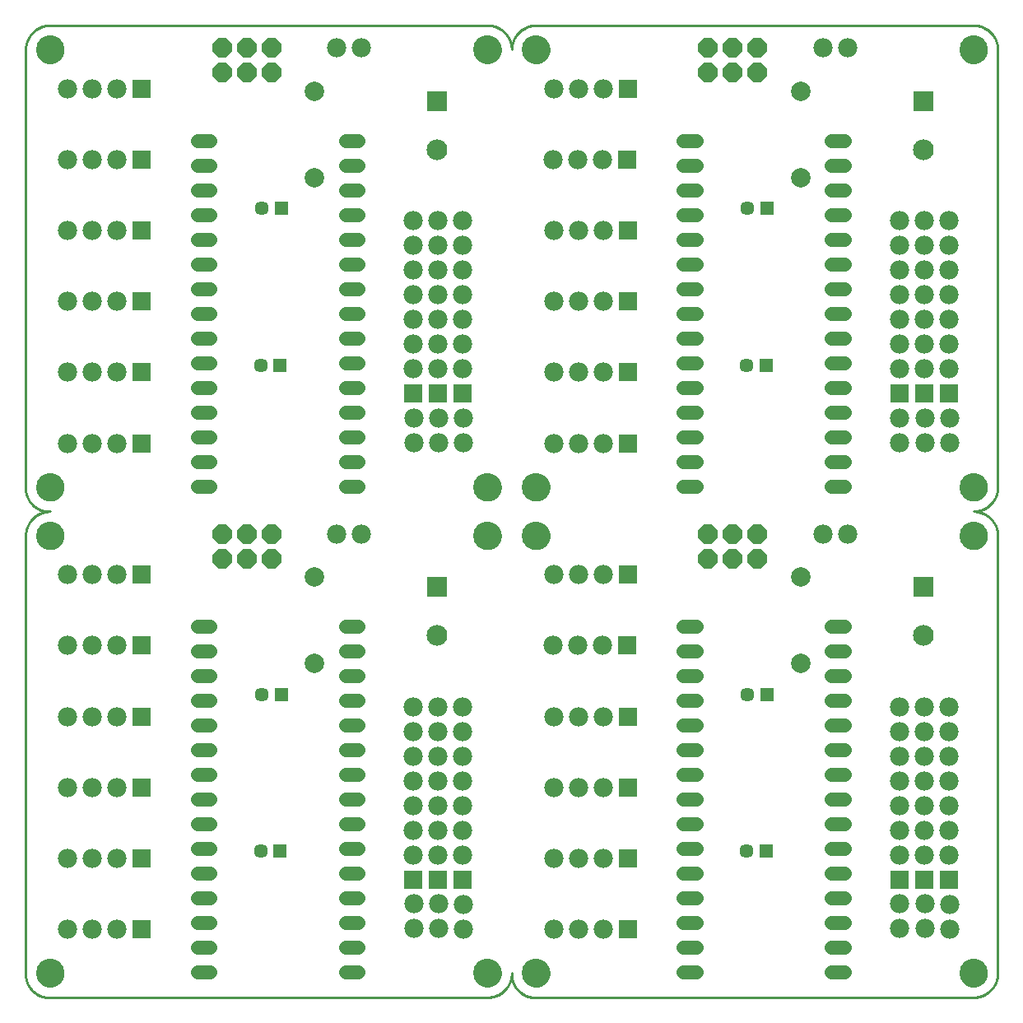
<source format=gts>
G75*
%MOIN*%
%OFA0B0*%
%FSLAX25Y25*%
%IPPOS*%
%LPD*%
%AMOC8*
5,1,8,0,0,1.08239X$1,22.5*
%
%ADD10C,0.00000*%
%ADD11C,0.11424*%
%ADD12C,0.01000*%
%ADD13R,0.05715X0.05715*%
%ADD14C,0.05715*%
%ADD15C,0.07900*%
%ADD16R,0.08400X0.08400*%
%ADD17C,0.08400*%
%ADD18C,0.05550*%
%ADD19C,0.07800*%
%ADD20OC8,0.07800*%
%ADD21R,0.07800X0.07800*%
D10*
X0112531Y0165186D02*
X0112533Y0165334D01*
X0112539Y0165482D01*
X0112549Y0165630D01*
X0112563Y0165777D01*
X0112581Y0165924D01*
X0112602Y0166070D01*
X0112628Y0166216D01*
X0112658Y0166361D01*
X0112691Y0166505D01*
X0112729Y0166648D01*
X0112770Y0166790D01*
X0112815Y0166931D01*
X0112863Y0167071D01*
X0112916Y0167210D01*
X0112972Y0167347D01*
X0113032Y0167482D01*
X0113095Y0167616D01*
X0113162Y0167748D01*
X0113233Y0167878D01*
X0113307Y0168006D01*
X0113384Y0168132D01*
X0113465Y0168256D01*
X0113549Y0168378D01*
X0113636Y0168497D01*
X0113727Y0168614D01*
X0113821Y0168729D01*
X0113917Y0168841D01*
X0114017Y0168951D01*
X0114119Y0169057D01*
X0114225Y0169161D01*
X0114333Y0169262D01*
X0114444Y0169360D01*
X0114557Y0169456D01*
X0114673Y0169548D01*
X0114791Y0169637D01*
X0114912Y0169722D01*
X0115035Y0169805D01*
X0115160Y0169884D01*
X0115287Y0169960D01*
X0115416Y0170032D01*
X0115547Y0170101D01*
X0115680Y0170166D01*
X0115815Y0170227D01*
X0115951Y0170285D01*
X0116088Y0170340D01*
X0116227Y0170390D01*
X0116368Y0170437D01*
X0116509Y0170480D01*
X0116652Y0170520D01*
X0116796Y0170555D01*
X0116940Y0170587D01*
X0117086Y0170614D01*
X0117232Y0170638D01*
X0117379Y0170658D01*
X0117526Y0170674D01*
X0117673Y0170686D01*
X0117821Y0170694D01*
X0117969Y0170698D01*
X0118117Y0170698D01*
X0118265Y0170694D01*
X0118413Y0170686D01*
X0118560Y0170674D01*
X0118707Y0170658D01*
X0118854Y0170638D01*
X0119000Y0170614D01*
X0119146Y0170587D01*
X0119290Y0170555D01*
X0119434Y0170520D01*
X0119577Y0170480D01*
X0119718Y0170437D01*
X0119859Y0170390D01*
X0119998Y0170340D01*
X0120135Y0170285D01*
X0120271Y0170227D01*
X0120406Y0170166D01*
X0120539Y0170101D01*
X0120670Y0170032D01*
X0120799Y0169960D01*
X0120926Y0169884D01*
X0121051Y0169805D01*
X0121174Y0169722D01*
X0121295Y0169637D01*
X0121413Y0169548D01*
X0121529Y0169456D01*
X0121642Y0169360D01*
X0121753Y0169262D01*
X0121861Y0169161D01*
X0121967Y0169057D01*
X0122069Y0168951D01*
X0122169Y0168841D01*
X0122265Y0168729D01*
X0122359Y0168614D01*
X0122450Y0168497D01*
X0122537Y0168378D01*
X0122621Y0168256D01*
X0122702Y0168132D01*
X0122779Y0168006D01*
X0122853Y0167878D01*
X0122924Y0167748D01*
X0122991Y0167616D01*
X0123054Y0167482D01*
X0123114Y0167347D01*
X0123170Y0167210D01*
X0123223Y0167071D01*
X0123271Y0166931D01*
X0123316Y0166790D01*
X0123357Y0166648D01*
X0123395Y0166505D01*
X0123428Y0166361D01*
X0123458Y0166216D01*
X0123484Y0166070D01*
X0123505Y0165924D01*
X0123523Y0165777D01*
X0123537Y0165630D01*
X0123547Y0165482D01*
X0123553Y0165334D01*
X0123555Y0165186D01*
X0123553Y0165038D01*
X0123547Y0164890D01*
X0123537Y0164742D01*
X0123523Y0164595D01*
X0123505Y0164448D01*
X0123484Y0164302D01*
X0123458Y0164156D01*
X0123428Y0164011D01*
X0123395Y0163867D01*
X0123357Y0163724D01*
X0123316Y0163582D01*
X0123271Y0163441D01*
X0123223Y0163301D01*
X0123170Y0163162D01*
X0123114Y0163025D01*
X0123054Y0162890D01*
X0122991Y0162756D01*
X0122924Y0162624D01*
X0122853Y0162494D01*
X0122779Y0162366D01*
X0122702Y0162240D01*
X0122621Y0162116D01*
X0122537Y0161994D01*
X0122450Y0161875D01*
X0122359Y0161758D01*
X0122265Y0161643D01*
X0122169Y0161531D01*
X0122069Y0161421D01*
X0121967Y0161315D01*
X0121861Y0161211D01*
X0121753Y0161110D01*
X0121642Y0161012D01*
X0121529Y0160916D01*
X0121413Y0160824D01*
X0121295Y0160735D01*
X0121174Y0160650D01*
X0121051Y0160567D01*
X0120926Y0160488D01*
X0120799Y0160412D01*
X0120670Y0160340D01*
X0120539Y0160271D01*
X0120406Y0160206D01*
X0120271Y0160145D01*
X0120135Y0160087D01*
X0119998Y0160032D01*
X0119859Y0159982D01*
X0119718Y0159935D01*
X0119577Y0159892D01*
X0119434Y0159852D01*
X0119290Y0159817D01*
X0119146Y0159785D01*
X0119000Y0159758D01*
X0118854Y0159734D01*
X0118707Y0159714D01*
X0118560Y0159698D01*
X0118413Y0159686D01*
X0118265Y0159678D01*
X0118117Y0159674D01*
X0117969Y0159674D01*
X0117821Y0159678D01*
X0117673Y0159686D01*
X0117526Y0159698D01*
X0117379Y0159714D01*
X0117232Y0159734D01*
X0117086Y0159758D01*
X0116940Y0159785D01*
X0116796Y0159817D01*
X0116652Y0159852D01*
X0116509Y0159892D01*
X0116368Y0159935D01*
X0116227Y0159982D01*
X0116088Y0160032D01*
X0115951Y0160087D01*
X0115815Y0160145D01*
X0115680Y0160206D01*
X0115547Y0160271D01*
X0115416Y0160340D01*
X0115287Y0160412D01*
X0115160Y0160488D01*
X0115035Y0160567D01*
X0114912Y0160650D01*
X0114791Y0160735D01*
X0114673Y0160824D01*
X0114557Y0160916D01*
X0114444Y0161012D01*
X0114333Y0161110D01*
X0114225Y0161211D01*
X0114119Y0161315D01*
X0114017Y0161421D01*
X0113917Y0161531D01*
X0113821Y0161643D01*
X0113727Y0161758D01*
X0113636Y0161875D01*
X0113549Y0161994D01*
X0113465Y0162116D01*
X0113384Y0162240D01*
X0113307Y0162366D01*
X0113233Y0162494D01*
X0113162Y0162624D01*
X0113095Y0162756D01*
X0113032Y0162890D01*
X0112972Y0163025D01*
X0112916Y0163162D01*
X0112863Y0163301D01*
X0112815Y0163441D01*
X0112770Y0163582D01*
X0112729Y0163724D01*
X0112691Y0163867D01*
X0112658Y0164011D01*
X0112628Y0164156D01*
X0112602Y0164302D01*
X0112581Y0164448D01*
X0112563Y0164595D01*
X0112549Y0164742D01*
X0112539Y0164890D01*
X0112533Y0165038D01*
X0112531Y0165186D01*
X0112531Y0342351D02*
X0112533Y0342499D01*
X0112539Y0342647D01*
X0112549Y0342795D01*
X0112563Y0342942D01*
X0112581Y0343089D01*
X0112602Y0343235D01*
X0112628Y0343381D01*
X0112658Y0343526D01*
X0112691Y0343670D01*
X0112729Y0343813D01*
X0112770Y0343955D01*
X0112815Y0344096D01*
X0112863Y0344236D01*
X0112916Y0344375D01*
X0112972Y0344512D01*
X0113032Y0344647D01*
X0113095Y0344781D01*
X0113162Y0344913D01*
X0113233Y0345043D01*
X0113307Y0345171D01*
X0113384Y0345297D01*
X0113465Y0345421D01*
X0113549Y0345543D01*
X0113636Y0345662D01*
X0113727Y0345779D01*
X0113821Y0345894D01*
X0113917Y0346006D01*
X0114017Y0346116D01*
X0114119Y0346222D01*
X0114225Y0346326D01*
X0114333Y0346427D01*
X0114444Y0346525D01*
X0114557Y0346621D01*
X0114673Y0346713D01*
X0114791Y0346802D01*
X0114912Y0346887D01*
X0115035Y0346970D01*
X0115160Y0347049D01*
X0115287Y0347125D01*
X0115416Y0347197D01*
X0115547Y0347266D01*
X0115680Y0347331D01*
X0115815Y0347392D01*
X0115951Y0347450D01*
X0116088Y0347505D01*
X0116227Y0347555D01*
X0116368Y0347602D01*
X0116509Y0347645D01*
X0116652Y0347685D01*
X0116796Y0347720D01*
X0116940Y0347752D01*
X0117086Y0347779D01*
X0117232Y0347803D01*
X0117379Y0347823D01*
X0117526Y0347839D01*
X0117673Y0347851D01*
X0117821Y0347859D01*
X0117969Y0347863D01*
X0118117Y0347863D01*
X0118265Y0347859D01*
X0118413Y0347851D01*
X0118560Y0347839D01*
X0118707Y0347823D01*
X0118854Y0347803D01*
X0119000Y0347779D01*
X0119146Y0347752D01*
X0119290Y0347720D01*
X0119434Y0347685D01*
X0119577Y0347645D01*
X0119718Y0347602D01*
X0119859Y0347555D01*
X0119998Y0347505D01*
X0120135Y0347450D01*
X0120271Y0347392D01*
X0120406Y0347331D01*
X0120539Y0347266D01*
X0120670Y0347197D01*
X0120799Y0347125D01*
X0120926Y0347049D01*
X0121051Y0346970D01*
X0121174Y0346887D01*
X0121295Y0346802D01*
X0121413Y0346713D01*
X0121529Y0346621D01*
X0121642Y0346525D01*
X0121753Y0346427D01*
X0121861Y0346326D01*
X0121967Y0346222D01*
X0122069Y0346116D01*
X0122169Y0346006D01*
X0122265Y0345894D01*
X0122359Y0345779D01*
X0122450Y0345662D01*
X0122537Y0345543D01*
X0122621Y0345421D01*
X0122702Y0345297D01*
X0122779Y0345171D01*
X0122853Y0345043D01*
X0122924Y0344913D01*
X0122991Y0344781D01*
X0123054Y0344647D01*
X0123114Y0344512D01*
X0123170Y0344375D01*
X0123223Y0344236D01*
X0123271Y0344096D01*
X0123316Y0343955D01*
X0123357Y0343813D01*
X0123395Y0343670D01*
X0123428Y0343526D01*
X0123458Y0343381D01*
X0123484Y0343235D01*
X0123505Y0343089D01*
X0123523Y0342942D01*
X0123537Y0342795D01*
X0123547Y0342647D01*
X0123553Y0342499D01*
X0123555Y0342351D01*
X0123553Y0342203D01*
X0123547Y0342055D01*
X0123537Y0341907D01*
X0123523Y0341760D01*
X0123505Y0341613D01*
X0123484Y0341467D01*
X0123458Y0341321D01*
X0123428Y0341176D01*
X0123395Y0341032D01*
X0123357Y0340889D01*
X0123316Y0340747D01*
X0123271Y0340606D01*
X0123223Y0340466D01*
X0123170Y0340327D01*
X0123114Y0340190D01*
X0123054Y0340055D01*
X0122991Y0339921D01*
X0122924Y0339789D01*
X0122853Y0339659D01*
X0122779Y0339531D01*
X0122702Y0339405D01*
X0122621Y0339281D01*
X0122537Y0339159D01*
X0122450Y0339040D01*
X0122359Y0338923D01*
X0122265Y0338808D01*
X0122169Y0338696D01*
X0122069Y0338586D01*
X0121967Y0338480D01*
X0121861Y0338376D01*
X0121753Y0338275D01*
X0121642Y0338177D01*
X0121529Y0338081D01*
X0121413Y0337989D01*
X0121295Y0337900D01*
X0121174Y0337815D01*
X0121051Y0337732D01*
X0120926Y0337653D01*
X0120799Y0337577D01*
X0120670Y0337505D01*
X0120539Y0337436D01*
X0120406Y0337371D01*
X0120271Y0337310D01*
X0120135Y0337252D01*
X0119998Y0337197D01*
X0119859Y0337147D01*
X0119718Y0337100D01*
X0119577Y0337057D01*
X0119434Y0337017D01*
X0119290Y0336982D01*
X0119146Y0336950D01*
X0119000Y0336923D01*
X0118854Y0336899D01*
X0118707Y0336879D01*
X0118560Y0336863D01*
X0118413Y0336851D01*
X0118265Y0336843D01*
X0118117Y0336839D01*
X0117969Y0336839D01*
X0117821Y0336843D01*
X0117673Y0336851D01*
X0117526Y0336863D01*
X0117379Y0336879D01*
X0117232Y0336899D01*
X0117086Y0336923D01*
X0116940Y0336950D01*
X0116796Y0336982D01*
X0116652Y0337017D01*
X0116509Y0337057D01*
X0116368Y0337100D01*
X0116227Y0337147D01*
X0116088Y0337197D01*
X0115951Y0337252D01*
X0115815Y0337310D01*
X0115680Y0337371D01*
X0115547Y0337436D01*
X0115416Y0337505D01*
X0115287Y0337577D01*
X0115160Y0337653D01*
X0115035Y0337732D01*
X0114912Y0337815D01*
X0114791Y0337900D01*
X0114673Y0337989D01*
X0114557Y0338081D01*
X0114444Y0338177D01*
X0114333Y0338275D01*
X0114225Y0338376D01*
X0114119Y0338480D01*
X0114017Y0338586D01*
X0113917Y0338696D01*
X0113821Y0338808D01*
X0113727Y0338923D01*
X0113636Y0339040D01*
X0113549Y0339159D01*
X0113465Y0339281D01*
X0113384Y0339405D01*
X0113307Y0339531D01*
X0113233Y0339659D01*
X0113162Y0339789D01*
X0113095Y0339921D01*
X0113032Y0340055D01*
X0112972Y0340190D01*
X0112916Y0340327D01*
X0112863Y0340466D01*
X0112815Y0340606D01*
X0112770Y0340747D01*
X0112729Y0340889D01*
X0112691Y0341032D01*
X0112658Y0341176D01*
X0112628Y0341321D01*
X0112602Y0341467D01*
X0112581Y0341613D01*
X0112563Y0341760D01*
X0112549Y0341907D01*
X0112539Y0342055D01*
X0112533Y0342203D01*
X0112531Y0342351D01*
X0112531Y0362036D02*
X0112533Y0362184D01*
X0112539Y0362332D01*
X0112549Y0362480D01*
X0112563Y0362627D01*
X0112581Y0362774D01*
X0112602Y0362920D01*
X0112628Y0363066D01*
X0112658Y0363211D01*
X0112691Y0363355D01*
X0112729Y0363498D01*
X0112770Y0363640D01*
X0112815Y0363781D01*
X0112863Y0363921D01*
X0112916Y0364060D01*
X0112972Y0364197D01*
X0113032Y0364332D01*
X0113095Y0364466D01*
X0113162Y0364598D01*
X0113233Y0364728D01*
X0113307Y0364856D01*
X0113384Y0364982D01*
X0113465Y0365106D01*
X0113549Y0365228D01*
X0113636Y0365347D01*
X0113727Y0365464D01*
X0113821Y0365579D01*
X0113917Y0365691D01*
X0114017Y0365801D01*
X0114119Y0365907D01*
X0114225Y0366011D01*
X0114333Y0366112D01*
X0114444Y0366210D01*
X0114557Y0366306D01*
X0114673Y0366398D01*
X0114791Y0366487D01*
X0114912Y0366572D01*
X0115035Y0366655D01*
X0115160Y0366734D01*
X0115287Y0366810D01*
X0115416Y0366882D01*
X0115547Y0366951D01*
X0115680Y0367016D01*
X0115815Y0367077D01*
X0115951Y0367135D01*
X0116088Y0367190D01*
X0116227Y0367240D01*
X0116368Y0367287D01*
X0116509Y0367330D01*
X0116652Y0367370D01*
X0116796Y0367405D01*
X0116940Y0367437D01*
X0117086Y0367464D01*
X0117232Y0367488D01*
X0117379Y0367508D01*
X0117526Y0367524D01*
X0117673Y0367536D01*
X0117821Y0367544D01*
X0117969Y0367548D01*
X0118117Y0367548D01*
X0118265Y0367544D01*
X0118413Y0367536D01*
X0118560Y0367524D01*
X0118707Y0367508D01*
X0118854Y0367488D01*
X0119000Y0367464D01*
X0119146Y0367437D01*
X0119290Y0367405D01*
X0119434Y0367370D01*
X0119577Y0367330D01*
X0119718Y0367287D01*
X0119859Y0367240D01*
X0119998Y0367190D01*
X0120135Y0367135D01*
X0120271Y0367077D01*
X0120406Y0367016D01*
X0120539Y0366951D01*
X0120670Y0366882D01*
X0120799Y0366810D01*
X0120926Y0366734D01*
X0121051Y0366655D01*
X0121174Y0366572D01*
X0121295Y0366487D01*
X0121413Y0366398D01*
X0121529Y0366306D01*
X0121642Y0366210D01*
X0121753Y0366112D01*
X0121861Y0366011D01*
X0121967Y0365907D01*
X0122069Y0365801D01*
X0122169Y0365691D01*
X0122265Y0365579D01*
X0122359Y0365464D01*
X0122450Y0365347D01*
X0122537Y0365228D01*
X0122621Y0365106D01*
X0122702Y0364982D01*
X0122779Y0364856D01*
X0122853Y0364728D01*
X0122924Y0364598D01*
X0122991Y0364466D01*
X0123054Y0364332D01*
X0123114Y0364197D01*
X0123170Y0364060D01*
X0123223Y0363921D01*
X0123271Y0363781D01*
X0123316Y0363640D01*
X0123357Y0363498D01*
X0123395Y0363355D01*
X0123428Y0363211D01*
X0123458Y0363066D01*
X0123484Y0362920D01*
X0123505Y0362774D01*
X0123523Y0362627D01*
X0123537Y0362480D01*
X0123547Y0362332D01*
X0123553Y0362184D01*
X0123555Y0362036D01*
X0123553Y0361888D01*
X0123547Y0361740D01*
X0123537Y0361592D01*
X0123523Y0361445D01*
X0123505Y0361298D01*
X0123484Y0361152D01*
X0123458Y0361006D01*
X0123428Y0360861D01*
X0123395Y0360717D01*
X0123357Y0360574D01*
X0123316Y0360432D01*
X0123271Y0360291D01*
X0123223Y0360151D01*
X0123170Y0360012D01*
X0123114Y0359875D01*
X0123054Y0359740D01*
X0122991Y0359606D01*
X0122924Y0359474D01*
X0122853Y0359344D01*
X0122779Y0359216D01*
X0122702Y0359090D01*
X0122621Y0358966D01*
X0122537Y0358844D01*
X0122450Y0358725D01*
X0122359Y0358608D01*
X0122265Y0358493D01*
X0122169Y0358381D01*
X0122069Y0358271D01*
X0121967Y0358165D01*
X0121861Y0358061D01*
X0121753Y0357960D01*
X0121642Y0357862D01*
X0121529Y0357766D01*
X0121413Y0357674D01*
X0121295Y0357585D01*
X0121174Y0357500D01*
X0121051Y0357417D01*
X0120926Y0357338D01*
X0120799Y0357262D01*
X0120670Y0357190D01*
X0120539Y0357121D01*
X0120406Y0357056D01*
X0120271Y0356995D01*
X0120135Y0356937D01*
X0119998Y0356882D01*
X0119859Y0356832D01*
X0119718Y0356785D01*
X0119577Y0356742D01*
X0119434Y0356702D01*
X0119290Y0356667D01*
X0119146Y0356635D01*
X0119000Y0356608D01*
X0118854Y0356584D01*
X0118707Y0356564D01*
X0118560Y0356548D01*
X0118413Y0356536D01*
X0118265Y0356528D01*
X0118117Y0356524D01*
X0117969Y0356524D01*
X0117821Y0356528D01*
X0117673Y0356536D01*
X0117526Y0356548D01*
X0117379Y0356564D01*
X0117232Y0356584D01*
X0117086Y0356608D01*
X0116940Y0356635D01*
X0116796Y0356667D01*
X0116652Y0356702D01*
X0116509Y0356742D01*
X0116368Y0356785D01*
X0116227Y0356832D01*
X0116088Y0356882D01*
X0115951Y0356937D01*
X0115815Y0356995D01*
X0115680Y0357056D01*
X0115547Y0357121D01*
X0115416Y0357190D01*
X0115287Y0357262D01*
X0115160Y0357338D01*
X0115035Y0357417D01*
X0114912Y0357500D01*
X0114791Y0357585D01*
X0114673Y0357674D01*
X0114557Y0357766D01*
X0114444Y0357862D01*
X0114333Y0357960D01*
X0114225Y0358061D01*
X0114119Y0358165D01*
X0114017Y0358271D01*
X0113917Y0358381D01*
X0113821Y0358493D01*
X0113727Y0358608D01*
X0113636Y0358725D01*
X0113549Y0358844D01*
X0113465Y0358966D01*
X0113384Y0359090D01*
X0113307Y0359216D01*
X0113233Y0359344D01*
X0113162Y0359474D01*
X0113095Y0359606D01*
X0113032Y0359740D01*
X0112972Y0359875D01*
X0112916Y0360012D01*
X0112863Y0360151D01*
X0112815Y0360291D01*
X0112770Y0360432D01*
X0112729Y0360574D01*
X0112691Y0360717D01*
X0112658Y0360861D01*
X0112628Y0361006D01*
X0112602Y0361152D01*
X0112581Y0361298D01*
X0112563Y0361445D01*
X0112549Y0361592D01*
X0112539Y0361740D01*
X0112533Y0361888D01*
X0112531Y0362036D01*
X0112531Y0539202D02*
X0112533Y0539350D01*
X0112539Y0539498D01*
X0112549Y0539646D01*
X0112563Y0539793D01*
X0112581Y0539940D01*
X0112602Y0540086D01*
X0112628Y0540232D01*
X0112658Y0540377D01*
X0112691Y0540521D01*
X0112729Y0540664D01*
X0112770Y0540806D01*
X0112815Y0540947D01*
X0112863Y0541087D01*
X0112916Y0541226D01*
X0112972Y0541363D01*
X0113032Y0541498D01*
X0113095Y0541632D01*
X0113162Y0541764D01*
X0113233Y0541894D01*
X0113307Y0542022D01*
X0113384Y0542148D01*
X0113465Y0542272D01*
X0113549Y0542394D01*
X0113636Y0542513D01*
X0113727Y0542630D01*
X0113821Y0542745D01*
X0113917Y0542857D01*
X0114017Y0542967D01*
X0114119Y0543073D01*
X0114225Y0543177D01*
X0114333Y0543278D01*
X0114444Y0543376D01*
X0114557Y0543472D01*
X0114673Y0543564D01*
X0114791Y0543653D01*
X0114912Y0543738D01*
X0115035Y0543821D01*
X0115160Y0543900D01*
X0115287Y0543976D01*
X0115416Y0544048D01*
X0115547Y0544117D01*
X0115680Y0544182D01*
X0115815Y0544243D01*
X0115951Y0544301D01*
X0116088Y0544356D01*
X0116227Y0544406D01*
X0116368Y0544453D01*
X0116509Y0544496D01*
X0116652Y0544536D01*
X0116796Y0544571D01*
X0116940Y0544603D01*
X0117086Y0544630D01*
X0117232Y0544654D01*
X0117379Y0544674D01*
X0117526Y0544690D01*
X0117673Y0544702D01*
X0117821Y0544710D01*
X0117969Y0544714D01*
X0118117Y0544714D01*
X0118265Y0544710D01*
X0118413Y0544702D01*
X0118560Y0544690D01*
X0118707Y0544674D01*
X0118854Y0544654D01*
X0119000Y0544630D01*
X0119146Y0544603D01*
X0119290Y0544571D01*
X0119434Y0544536D01*
X0119577Y0544496D01*
X0119718Y0544453D01*
X0119859Y0544406D01*
X0119998Y0544356D01*
X0120135Y0544301D01*
X0120271Y0544243D01*
X0120406Y0544182D01*
X0120539Y0544117D01*
X0120670Y0544048D01*
X0120799Y0543976D01*
X0120926Y0543900D01*
X0121051Y0543821D01*
X0121174Y0543738D01*
X0121295Y0543653D01*
X0121413Y0543564D01*
X0121529Y0543472D01*
X0121642Y0543376D01*
X0121753Y0543278D01*
X0121861Y0543177D01*
X0121967Y0543073D01*
X0122069Y0542967D01*
X0122169Y0542857D01*
X0122265Y0542745D01*
X0122359Y0542630D01*
X0122450Y0542513D01*
X0122537Y0542394D01*
X0122621Y0542272D01*
X0122702Y0542148D01*
X0122779Y0542022D01*
X0122853Y0541894D01*
X0122924Y0541764D01*
X0122991Y0541632D01*
X0123054Y0541498D01*
X0123114Y0541363D01*
X0123170Y0541226D01*
X0123223Y0541087D01*
X0123271Y0540947D01*
X0123316Y0540806D01*
X0123357Y0540664D01*
X0123395Y0540521D01*
X0123428Y0540377D01*
X0123458Y0540232D01*
X0123484Y0540086D01*
X0123505Y0539940D01*
X0123523Y0539793D01*
X0123537Y0539646D01*
X0123547Y0539498D01*
X0123553Y0539350D01*
X0123555Y0539202D01*
X0123553Y0539054D01*
X0123547Y0538906D01*
X0123537Y0538758D01*
X0123523Y0538611D01*
X0123505Y0538464D01*
X0123484Y0538318D01*
X0123458Y0538172D01*
X0123428Y0538027D01*
X0123395Y0537883D01*
X0123357Y0537740D01*
X0123316Y0537598D01*
X0123271Y0537457D01*
X0123223Y0537317D01*
X0123170Y0537178D01*
X0123114Y0537041D01*
X0123054Y0536906D01*
X0122991Y0536772D01*
X0122924Y0536640D01*
X0122853Y0536510D01*
X0122779Y0536382D01*
X0122702Y0536256D01*
X0122621Y0536132D01*
X0122537Y0536010D01*
X0122450Y0535891D01*
X0122359Y0535774D01*
X0122265Y0535659D01*
X0122169Y0535547D01*
X0122069Y0535437D01*
X0121967Y0535331D01*
X0121861Y0535227D01*
X0121753Y0535126D01*
X0121642Y0535028D01*
X0121529Y0534932D01*
X0121413Y0534840D01*
X0121295Y0534751D01*
X0121174Y0534666D01*
X0121051Y0534583D01*
X0120926Y0534504D01*
X0120799Y0534428D01*
X0120670Y0534356D01*
X0120539Y0534287D01*
X0120406Y0534222D01*
X0120271Y0534161D01*
X0120135Y0534103D01*
X0119998Y0534048D01*
X0119859Y0533998D01*
X0119718Y0533951D01*
X0119577Y0533908D01*
X0119434Y0533868D01*
X0119290Y0533833D01*
X0119146Y0533801D01*
X0119000Y0533774D01*
X0118854Y0533750D01*
X0118707Y0533730D01*
X0118560Y0533714D01*
X0118413Y0533702D01*
X0118265Y0533694D01*
X0118117Y0533690D01*
X0117969Y0533690D01*
X0117821Y0533694D01*
X0117673Y0533702D01*
X0117526Y0533714D01*
X0117379Y0533730D01*
X0117232Y0533750D01*
X0117086Y0533774D01*
X0116940Y0533801D01*
X0116796Y0533833D01*
X0116652Y0533868D01*
X0116509Y0533908D01*
X0116368Y0533951D01*
X0116227Y0533998D01*
X0116088Y0534048D01*
X0115951Y0534103D01*
X0115815Y0534161D01*
X0115680Y0534222D01*
X0115547Y0534287D01*
X0115416Y0534356D01*
X0115287Y0534428D01*
X0115160Y0534504D01*
X0115035Y0534583D01*
X0114912Y0534666D01*
X0114791Y0534751D01*
X0114673Y0534840D01*
X0114557Y0534932D01*
X0114444Y0535028D01*
X0114333Y0535126D01*
X0114225Y0535227D01*
X0114119Y0535331D01*
X0114017Y0535437D01*
X0113917Y0535547D01*
X0113821Y0535659D01*
X0113727Y0535774D01*
X0113636Y0535891D01*
X0113549Y0536010D01*
X0113465Y0536132D01*
X0113384Y0536256D01*
X0113307Y0536382D01*
X0113233Y0536510D01*
X0113162Y0536640D01*
X0113095Y0536772D01*
X0113032Y0536906D01*
X0112972Y0537041D01*
X0112916Y0537178D01*
X0112863Y0537317D01*
X0112815Y0537457D01*
X0112770Y0537598D01*
X0112729Y0537740D01*
X0112691Y0537883D01*
X0112658Y0538027D01*
X0112628Y0538172D01*
X0112602Y0538318D01*
X0112581Y0538464D01*
X0112563Y0538611D01*
X0112549Y0538758D01*
X0112539Y0538906D01*
X0112533Y0539054D01*
X0112531Y0539202D01*
X0289696Y0539202D02*
X0289698Y0539350D01*
X0289704Y0539498D01*
X0289714Y0539646D01*
X0289728Y0539793D01*
X0289746Y0539940D01*
X0289767Y0540086D01*
X0289793Y0540232D01*
X0289823Y0540377D01*
X0289856Y0540521D01*
X0289894Y0540664D01*
X0289935Y0540806D01*
X0289980Y0540947D01*
X0290028Y0541087D01*
X0290081Y0541226D01*
X0290137Y0541363D01*
X0290197Y0541498D01*
X0290260Y0541632D01*
X0290327Y0541764D01*
X0290398Y0541894D01*
X0290472Y0542022D01*
X0290549Y0542148D01*
X0290630Y0542272D01*
X0290714Y0542394D01*
X0290801Y0542513D01*
X0290892Y0542630D01*
X0290986Y0542745D01*
X0291082Y0542857D01*
X0291182Y0542967D01*
X0291284Y0543073D01*
X0291390Y0543177D01*
X0291498Y0543278D01*
X0291609Y0543376D01*
X0291722Y0543472D01*
X0291838Y0543564D01*
X0291956Y0543653D01*
X0292077Y0543738D01*
X0292200Y0543821D01*
X0292325Y0543900D01*
X0292452Y0543976D01*
X0292581Y0544048D01*
X0292712Y0544117D01*
X0292845Y0544182D01*
X0292980Y0544243D01*
X0293116Y0544301D01*
X0293253Y0544356D01*
X0293392Y0544406D01*
X0293533Y0544453D01*
X0293674Y0544496D01*
X0293817Y0544536D01*
X0293961Y0544571D01*
X0294105Y0544603D01*
X0294251Y0544630D01*
X0294397Y0544654D01*
X0294544Y0544674D01*
X0294691Y0544690D01*
X0294838Y0544702D01*
X0294986Y0544710D01*
X0295134Y0544714D01*
X0295282Y0544714D01*
X0295430Y0544710D01*
X0295578Y0544702D01*
X0295725Y0544690D01*
X0295872Y0544674D01*
X0296019Y0544654D01*
X0296165Y0544630D01*
X0296311Y0544603D01*
X0296455Y0544571D01*
X0296599Y0544536D01*
X0296742Y0544496D01*
X0296883Y0544453D01*
X0297024Y0544406D01*
X0297163Y0544356D01*
X0297300Y0544301D01*
X0297436Y0544243D01*
X0297571Y0544182D01*
X0297704Y0544117D01*
X0297835Y0544048D01*
X0297964Y0543976D01*
X0298091Y0543900D01*
X0298216Y0543821D01*
X0298339Y0543738D01*
X0298460Y0543653D01*
X0298578Y0543564D01*
X0298694Y0543472D01*
X0298807Y0543376D01*
X0298918Y0543278D01*
X0299026Y0543177D01*
X0299132Y0543073D01*
X0299234Y0542967D01*
X0299334Y0542857D01*
X0299430Y0542745D01*
X0299524Y0542630D01*
X0299615Y0542513D01*
X0299702Y0542394D01*
X0299786Y0542272D01*
X0299867Y0542148D01*
X0299944Y0542022D01*
X0300018Y0541894D01*
X0300089Y0541764D01*
X0300156Y0541632D01*
X0300219Y0541498D01*
X0300279Y0541363D01*
X0300335Y0541226D01*
X0300388Y0541087D01*
X0300436Y0540947D01*
X0300481Y0540806D01*
X0300522Y0540664D01*
X0300560Y0540521D01*
X0300593Y0540377D01*
X0300623Y0540232D01*
X0300649Y0540086D01*
X0300670Y0539940D01*
X0300688Y0539793D01*
X0300702Y0539646D01*
X0300712Y0539498D01*
X0300718Y0539350D01*
X0300720Y0539202D01*
X0300718Y0539054D01*
X0300712Y0538906D01*
X0300702Y0538758D01*
X0300688Y0538611D01*
X0300670Y0538464D01*
X0300649Y0538318D01*
X0300623Y0538172D01*
X0300593Y0538027D01*
X0300560Y0537883D01*
X0300522Y0537740D01*
X0300481Y0537598D01*
X0300436Y0537457D01*
X0300388Y0537317D01*
X0300335Y0537178D01*
X0300279Y0537041D01*
X0300219Y0536906D01*
X0300156Y0536772D01*
X0300089Y0536640D01*
X0300018Y0536510D01*
X0299944Y0536382D01*
X0299867Y0536256D01*
X0299786Y0536132D01*
X0299702Y0536010D01*
X0299615Y0535891D01*
X0299524Y0535774D01*
X0299430Y0535659D01*
X0299334Y0535547D01*
X0299234Y0535437D01*
X0299132Y0535331D01*
X0299026Y0535227D01*
X0298918Y0535126D01*
X0298807Y0535028D01*
X0298694Y0534932D01*
X0298578Y0534840D01*
X0298460Y0534751D01*
X0298339Y0534666D01*
X0298216Y0534583D01*
X0298091Y0534504D01*
X0297964Y0534428D01*
X0297835Y0534356D01*
X0297704Y0534287D01*
X0297571Y0534222D01*
X0297436Y0534161D01*
X0297300Y0534103D01*
X0297163Y0534048D01*
X0297024Y0533998D01*
X0296883Y0533951D01*
X0296742Y0533908D01*
X0296599Y0533868D01*
X0296455Y0533833D01*
X0296311Y0533801D01*
X0296165Y0533774D01*
X0296019Y0533750D01*
X0295872Y0533730D01*
X0295725Y0533714D01*
X0295578Y0533702D01*
X0295430Y0533694D01*
X0295282Y0533690D01*
X0295134Y0533690D01*
X0294986Y0533694D01*
X0294838Y0533702D01*
X0294691Y0533714D01*
X0294544Y0533730D01*
X0294397Y0533750D01*
X0294251Y0533774D01*
X0294105Y0533801D01*
X0293961Y0533833D01*
X0293817Y0533868D01*
X0293674Y0533908D01*
X0293533Y0533951D01*
X0293392Y0533998D01*
X0293253Y0534048D01*
X0293116Y0534103D01*
X0292980Y0534161D01*
X0292845Y0534222D01*
X0292712Y0534287D01*
X0292581Y0534356D01*
X0292452Y0534428D01*
X0292325Y0534504D01*
X0292200Y0534583D01*
X0292077Y0534666D01*
X0291956Y0534751D01*
X0291838Y0534840D01*
X0291722Y0534932D01*
X0291609Y0535028D01*
X0291498Y0535126D01*
X0291390Y0535227D01*
X0291284Y0535331D01*
X0291182Y0535437D01*
X0291082Y0535547D01*
X0290986Y0535659D01*
X0290892Y0535774D01*
X0290801Y0535891D01*
X0290714Y0536010D01*
X0290630Y0536132D01*
X0290549Y0536256D01*
X0290472Y0536382D01*
X0290398Y0536510D01*
X0290327Y0536640D01*
X0290260Y0536772D01*
X0290197Y0536906D01*
X0290137Y0537041D01*
X0290081Y0537178D01*
X0290028Y0537317D01*
X0289980Y0537457D01*
X0289935Y0537598D01*
X0289894Y0537740D01*
X0289856Y0537883D01*
X0289823Y0538027D01*
X0289793Y0538172D01*
X0289767Y0538318D01*
X0289746Y0538464D01*
X0289728Y0538611D01*
X0289714Y0538758D01*
X0289704Y0538906D01*
X0289698Y0539054D01*
X0289696Y0539202D01*
X0309381Y0539202D02*
X0309383Y0539350D01*
X0309389Y0539498D01*
X0309399Y0539646D01*
X0309413Y0539793D01*
X0309431Y0539940D01*
X0309452Y0540086D01*
X0309478Y0540232D01*
X0309508Y0540377D01*
X0309541Y0540521D01*
X0309579Y0540664D01*
X0309620Y0540806D01*
X0309665Y0540947D01*
X0309713Y0541087D01*
X0309766Y0541226D01*
X0309822Y0541363D01*
X0309882Y0541498D01*
X0309945Y0541632D01*
X0310012Y0541764D01*
X0310083Y0541894D01*
X0310157Y0542022D01*
X0310234Y0542148D01*
X0310315Y0542272D01*
X0310399Y0542394D01*
X0310486Y0542513D01*
X0310577Y0542630D01*
X0310671Y0542745D01*
X0310767Y0542857D01*
X0310867Y0542967D01*
X0310969Y0543073D01*
X0311075Y0543177D01*
X0311183Y0543278D01*
X0311294Y0543376D01*
X0311407Y0543472D01*
X0311523Y0543564D01*
X0311641Y0543653D01*
X0311762Y0543738D01*
X0311885Y0543821D01*
X0312010Y0543900D01*
X0312137Y0543976D01*
X0312266Y0544048D01*
X0312397Y0544117D01*
X0312530Y0544182D01*
X0312665Y0544243D01*
X0312801Y0544301D01*
X0312938Y0544356D01*
X0313077Y0544406D01*
X0313218Y0544453D01*
X0313359Y0544496D01*
X0313502Y0544536D01*
X0313646Y0544571D01*
X0313790Y0544603D01*
X0313936Y0544630D01*
X0314082Y0544654D01*
X0314229Y0544674D01*
X0314376Y0544690D01*
X0314523Y0544702D01*
X0314671Y0544710D01*
X0314819Y0544714D01*
X0314967Y0544714D01*
X0315115Y0544710D01*
X0315263Y0544702D01*
X0315410Y0544690D01*
X0315557Y0544674D01*
X0315704Y0544654D01*
X0315850Y0544630D01*
X0315996Y0544603D01*
X0316140Y0544571D01*
X0316284Y0544536D01*
X0316427Y0544496D01*
X0316568Y0544453D01*
X0316709Y0544406D01*
X0316848Y0544356D01*
X0316985Y0544301D01*
X0317121Y0544243D01*
X0317256Y0544182D01*
X0317389Y0544117D01*
X0317520Y0544048D01*
X0317649Y0543976D01*
X0317776Y0543900D01*
X0317901Y0543821D01*
X0318024Y0543738D01*
X0318145Y0543653D01*
X0318263Y0543564D01*
X0318379Y0543472D01*
X0318492Y0543376D01*
X0318603Y0543278D01*
X0318711Y0543177D01*
X0318817Y0543073D01*
X0318919Y0542967D01*
X0319019Y0542857D01*
X0319115Y0542745D01*
X0319209Y0542630D01*
X0319300Y0542513D01*
X0319387Y0542394D01*
X0319471Y0542272D01*
X0319552Y0542148D01*
X0319629Y0542022D01*
X0319703Y0541894D01*
X0319774Y0541764D01*
X0319841Y0541632D01*
X0319904Y0541498D01*
X0319964Y0541363D01*
X0320020Y0541226D01*
X0320073Y0541087D01*
X0320121Y0540947D01*
X0320166Y0540806D01*
X0320207Y0540664D01*
X0320245Y0540521D01*
X0320278Y0540377D01*
X0320308Y0540232D01*
X0320334Y0540086D01*
X0320355Y0539940D01*
X0320373Y0539793D01*
X0320387Y0539646D01*
X0320397Y0539498D01*
X0320403Y0539350D01*
X0320405Y0539202D01*
X0320403Y0539054D01*
X0320397Y0538906D01*
X0320387Y0538758D01*
X0320373Y0538611D01*
X0320355Y0538464D01*
X0320334Y0538318D01*
X0320308Y0538172D01*
X0320278Y0538027D01*
X0320245Y0537883D01*
X0320207Y0537740D01*
X0320166Y0537598D01*
X0320121Y0537457D01*
X0320073Y0537317D01*
X0320020Y0537178D01*
X0319964Y0537041D01*
X0319904Y0536906D01*
X0319841Y0536772D01*
X0319774Y0536640D01*
X0319703Y0536510D01*
X0319629Y0536382D01*
X0319552Y0536256D01*
X0319471Y0536132D01*
X0319387Y0536010D01*
X0319300Y0535891D01*
X0319209Y0535774D01*
X0319115Y0535659D01*
X0319019Y0535547D01*
X0318919Y0535437D01*
X0318817Y0535331D01*
X0318711Y0535227D01*
X0318603Y0535126D01*
X0318492Y0535028D01*
X0318379Y0534932D01*
X0318263Y0534840D01*
X0318145Y0534751D01*
X0318024Y0534666D01*
X0317901Y0534583D01*
X0317776Y0534504D01*
X0317649Y0534428D01*
X0317520Y0534356D01*
X0317389Y0534287D01*
X0317256Y0534222D01*
X0317121Y0534161D01*
X0316985Y0534103D01*
X0316848Y0534048D01*
X0316709Y0533998D01*
X0316568Y0533951D01*
X0316427Y0533908D01*
X0316284Y0533868D01*
X0316140Y0533833D01*
X0315996Y0533801D01*
X0315850Y0533774D01*
X0315704Y0533750D01*
X0315557Y0533730D01*
X0315410Y0533714D01*
X0315263Y0533702D01*
X0315115Y0533694D01*
X0314967Y0533690D01*
X0314819Y0533690D01*
X0314671Y0533694D01*
X0314523Y0533702D01*
X0314376Y0533714D01*
X0314229Y0533730D01*
X0314082Y0533750D01*
X0313936Y0533774D01*
X0313790Y0533801D01*
X0313646Y0533833D01*
X0313502Y0533868D01*
X0313359Y0533908D01*
X0313218Y0533951D01*
X0313077Y0533998D01*
X0312938Y0534048D01*
X0312801Y0534103D01*
X0312665Y0534161D01*
X0312530Y0534222D01*
X0312397Y0534287D01*
X0312266Y0534356D01*
X0312137Y0534428D01*
X0312010Y0534504D01*
X0311885Y0534583D01*
X0311762Y0534666D01*
X0311641Y0534751D01*
X0311523Y0534840D01*
X0311407Y0534932D01*
X0311294Y0535028D01*
X0311183Y0535126D01*
X0311075Y0535227D01*
X0310969Y0535331D01*
X0310867Y0535437D01*
X0310767Y0535547D01*
X0310671Y0535659D01*
X0310577Y0535774D01*
X0310486Y0535891D01*
X0310399Y0536010D01*
X0310315Y0536132D01*
X0310234Y0536256D01*
X0310157Y0536382D01*
X0310083Y0536510D01*
X0310012Y0536640D01*
X0309945Y0536772D01*
X0309882Y0536906D01*
X0309822Y0537041D01*
X0309766Y0537178D01*
X0309713Y0537317D01*
X0309665Y0537457D01*
X0309620Y0537598D01*
X0309579Y0537740D01*
X0309541Y0537883D01*
X0309508Y0538027D01*
X0309478Y0538172D01*
X0309452Y0538318D01*
X0309431Y0538464D01*
X0309413Y0538611D01*
X0309399Y0538758D01*
X0309389Y0538906D01*
X0309383Y0539054D01*
X0309381Y0539202D01*
X0309381Y0362036D02*
X0309383Y0362184D01*
X0309389Y0362332D01*
X0309399Y0362480D01*
X0309413Y0362627D01*
X0309431Y0362774D01*
X0309452Y0362920D01*
X0309478Y0363066D01*
X0309508Y0363211D01*
X0309541Y0363355D01*
X0309579Y0363498D01*
X0309620Y0363640D01*
X0309665Y0363781D01*
X0309713Y0363921D01*
X0309766Y0364060D01*
X0309822Y0364197D01*
X0309882Y0364332D01*
X0309945Y0364466D01*
X0310012Y0364598D01*
X0310083Y0364728D01*
X0310157Y0364856D01*
X0310234Y0364982D01*
X0310315Y0365106D01*
X0310399Y0365228D01*
X0310486Y0365347D01*
X0310577Y0365464D01*
X0310671Y0365579D01*
X0310767Y0365691D01*
X0310867Y0365801D01*
X0310969Y0365907D01*
X0311075Y0366011D01*
X0311183Y0366112D01*
X0311294Y0366210D01*
X0311407Y0366306D01*
X0311523Y0366398D01*
X0311641Y0366487D01*
X0311762Y0366572D01*
X0311885Y0366655D01*
X0312010Y0366734D01*
X0312137Y0366810D01*
X0312266Y0366882D01*
X0312397Y0366951D01*
X0312530Y0367016D01*
X0312665Y0367077D01*
X0312801Y0367135D01*
X0312938Y0367190D01*
X0313077Y0367240D01*
X0313218Y0367287D01*
X0313359Y0367330D01*
X0313502Y0367370D01*
X0313646Y0367405D01*
X0313790Y0367437D01*
X0313936Y0367464D01*
X0314082Y0367488D01*
X0314229Y0367508D01*
X0314376Y0367524D01*
X0314523Y0367536D01*
X0314671Y0367544D01*
X0314819Y0367548D01*
X0314967Y0367548D01*
X0315115Y0367544D01*
X0315263Y0367536D01*
X0315410Y0367524D01*
X0315557Y0367508D01*
X0315704Y0367488D01*
X0315850Y0367464D01*
X0315996Y0367437D01*
X0316140Y0367405D01*
X0316284Y0367370D01*
X0316427Y0367330D01*
X0316568Y0367287D01*
X0316709Y0367240D01*
X0316848Y0367190D01*
X0316985Y0367135D01*
X0317121Y0367077D01*
X0317256Y0367016D01*
X0317389Y0366951D01*
X0317520Y0366882D01*
X0317649Y0366810D01*
X0317776Y0366734D01*
X0317901Y0366655D01*
X0318024Y0366572D01*
X0318145Y0366487D01*
X0318263Y0366398D01*
X0318379Y0366306D01*
X0318492Y0366210D01*
X0318603Y0366112D01*
X0318711Y0366011D01*
X0318817Y0365907D01*
X0318919Y0365801D01*
X0319019Y0365691D01*
X0319115Y0365579D01*
X0319209Y0365464D01*
X0319300Y0365347D01*
X0319387Y0365228D01*
X0319471Y0365106D01*
X0319552Y0364982D01*
X0319629Y0364856D01*
X0319703Y0364728D01*
X0319774Y0364598D01*
X0319841Y0364466D01*
X0319904Y0364332D01*
X0319964Y0364197D01*
X0320020Y0364060D01*
X0320073Y0363921D01*
X0320121Y0363781D01*
X0320166Y0363640D01*
X0320207Y0363498D01*
X0320245Y0363355D01*
X0320278Y0363211D01*
X0320308Y0363066D01*
X0320334Y0362920D01*
X0320355Y0362774D01*
X0320373Y0362627D01*
X0320387Y0362480D01*
X0320397Y0362332D01*
X0320403Y0362184D01*
X0320405Y0362036D01*
X0320403Y0361888D01*
X0320397Y0361740D01*
X0320387Y0361592D01*
X0320373Y0361445D01*
X0320355Y0361298D01*
X0320334Y0361152D01*
X0320308Y0361006D01*
X0320278Y0360861D01*
X0320245Y0360717D01*
X0320207Y0360574D01*
X0320166Y0360432D01*
X0320121Y0360291D01*
X0320073Y0360151D01*
X0320020Y0360012D01*
X0319964Y0359875D01*
X0319904Y0359740D01*
X0319841Y0359606D01*
X0319774Y0359474D01*
X0319703Y0359344D01*
X0319629Y0359216D01*
X0319552Y0359090D01*
X0319471Y0358966D01*
X0319387Y0358844D01*
X0319300Y0358725D01*
X0319209Y0358608D01*
X0319115Y0358493D01*
X0319019Y0358381D01*
X0318919Y0358271D01*
X0318817Y0358165D01*
X0318711Y0358061D01*
X0318603Y0357960D01*
X0318492Y0357862D01*
X0318379Y0357766D01*
X0318263Y0357674D01*
X0318145Y0357585D01*
X0318024Y0357500D01*
X0317901Y0357417D01*
X0317776Y0357338D01*
X0317649Y0357262D01*
X0317520Y0357190D01*
X0317389Y0357121D01*
X0317256Y0357056D01*
X0317121Y0356995D01*
X0316985Y0356937D01*
X0316848Y0356882D01*
X0316709Y0356832D01*
X0316568Y0356785D01*
X0316427Y0356742D01*
X0316284Y0356702D01*
X0316140Y0356667D01*
X0315996Y0356635D01*
X0315850Y0356608D01*
X0315704Y0356584D01*
X0315557Y0356564D01*
X0315410Y0356548D01*
X0315263Y0356536D01*
X0315115Y0356528D01*
X0314967Y0356524D01*
X0314819Y0356524D01*
X0314671Y0356528D01*
X0314523Y0356536D01*
X0314376Y0356548D01*
X0314229Y0356564D01*
X0314082Y0356584D01*
X0313936Y0356608D01*
X0313790Y0356635D01*
X0313646Y0356667D01*
X0313502Y0356702D01*
X0313359Y0356742D01*
X0313218Y0356785D01*
X0313077Y0356832D01*
X0312938Y0356882D01*
X0312801Y0356937D01*
X0312665Y0356995D01*
X0312530Y0357056D01*
X0312397Y0357121D01*
X0312266Y0357190D01*
X0312137Y0357262D01*
X0312010Y0357338D01*
X0311885Y0357417D01*
X0311762Y0357500D01*
X0311641Y0357585D01*
X0311523Y0357674D01*
X0311407Y0357766D01*
X0311294Y0357862D01*
X0311183Y0357960D01*
X0311075Y0358061D01*
X0310969Y0358165D01*
X0310867Y0358271D01*
X0310767Y0358381D01*
X0310671Y0358493D01*
X0310577Y0358608D01*
X0310486Y0358725D01*
X0310399Y0358844D01*
X0310315Y0358966D01*
X0310234Y0359090D01*
X0310157Y0359216D01*
X0310083Y0359344D01*
X0310012Y0359474D01*
X0309945Y0359606D01*
X0309882Y0359740D01*
X0309822Y0359875D01*
X0309766Y0360012D01*
X0309713Y0360151D01*
X0309665Y0360291D01*
X0309620Y0360432D01*
X0309579Y0360574D01*
X0309541Y0360717D01*
X0309508Y0360861D01*
X0309478Y0361006D01*
X0309452Y0361152D01*
X0309431Y0361298D01*
X0309413Y0361445D01*
X0309399Y0361592D01*
X0309389Y0361740D01*
X0309383Y0361888D01*
X0309381Y0362036D01*
X0289696Y0362036D02*
X0289698Y0362184D01*
X0289704Y0362332D01*
X0289714Y0362480D01*
X0289728Y0362627D01*
X0289746Y0362774D01*
X0289767Y0362920D01*
X0289793Y0363066D01*
X0289823Y0363211D01*
X0289856Y0363355D01*
X0289894Y0363498D01*
X0289935Y0363640D01*
X0289980Y0363781D01*
X0290028Y0363921D01*
X0290081Y0364060D01*
X0290137Y0364197D01*
X0290197Y0364332D01*
X0290260Y0364466D01*
X0290327Y0364598D01*
X0290398Y0364728D01*
X0290472Y0364856D01*
X0290549Y0364982D01*
X0290630Y0365106D01*
X0290714Y0365228D01*
X0290801Y0365347D01*
X0290892Y0365464D01*
X0290986Y0365579D01*
X0291082Y0365691D01*
X0291182Y0365801D01*
X0291284Y0365907D01*
X0291390Y0366011D01*
X0291498Y0366112D01*
X0291609Y0366210D01*
X0291722Y0366306D01*
X0291838Y0366398D01*
X0291956Y0366487D01*
X0292077Y0366572D01*
X0292200Y0366655D01*
X0292325Y0366734D01*
X0292452Y0366810D01*
X0292581Y0366882D01*
X0292712Y0366951D01*
X0292845Y0367016D01*
X0292980Y0367077D01*
X0293116Y0367135D01*
X0293253Y0367190D01*
X0293392Y0367240D01*
X0293533Y0367287D01*
X0293674Y0367330D01*
X0293817Y0367370D01*
X0293961Y0367405D01*
X0294105Y0367437D01*
X0294251Y0367464D01*
X0294397Y0367488D01*
X0294544Y0367508D01*
X0294691Y0367524D01*
X0294838Y0367536D01*
X0294986Y0367544D01*
X0295134Y0367548D01*
X0295282Y0367548D01*
X0295430Y0367544D01*
X0295578Y0367536D01*
X0295725Y0367524D01*
X0295872Y0367508D01*
X0296019Y0367488D01*
X0296165Y0367464D01*
X0296311Y0367437D01*
X0296455Y0367405D01*
X0296599Y0367370D01*
X0296742Y0367330D01*
X0296883Y0367287D01*
X0297024Y0367240D01*
X0297163Y0367190D01*
X0297300Y0367135D01*
X0297436Y0367077D01*
X0297571Y0367016D01*
X0297704Y0366951D01*
X0297835Y0366882D01*
X0297964Y0366810D01*
X0298091Y0366734D01*
X0298216Y0366655D01*
X0298339Y0366572D01*
X0298460Y0366487D01*
X0298578Y0366398D01*
X0298694Y0366306D01*
X0298807Y0366210D01*
X0298918Y0366112D01*
X0299026Y0366011D01*
X0299132Y0365907D01*
X0299234Y0365801D01*
X0299334Y0365691D01*
X0299430Y0365579D01*
X0299524Y0365464D01*
X0299615Y0365347D01*
X0299702Y0365228D01*
X0299786Y0365106D01*
X0299867Y0364982D01*
X0299944Y0364856D01*
X0300018Y0364728D01*
X0300089Y0364598D01*
X0300156Y0364466D01*
X0300219Y0364332D01*
X0300279Y0364197D01*
X0300335Y0364060D01*
X0300388Y0363921D01*
X0300436Y0363781D01*
X0300481Y0363640D01*
X0300522Y0363498D01*
X0300560Y0363355D01*
X0300593Y0363211D01*
X0300623Y0363066D01*
X0300649Y0362920D01*
X0300670Y0362774D01*
X0300688Y0362627D01*
X0300702Y0362480D01*
X0300712Y0362332D01*
X0300718Y0362184D01*
X0300720Y0362036D01*
X0300718Y0361888D01*
X0300712Y0361740D01*
X0300702Y0361592D01*
X0300688Y0361445D01*
X0300670Y0361298D01*
X0300649Y0361152D01*
X0300623Y0361006D01*
X0300593Y0360861D01*
X0300560Y0360717D01*
X0300522Y0360574D01*
X0300481Y0360432D01*
X0300436Y0360291D01*
X0300388Y0360151D01*
X0300335Y0360012D01*
X0300279Y0359875D01*
X0300219Y0359740D01*
X0300156Y0359606D01*
X0300089Y0359474D01*
X0300018Y0359344D01*
X0299944Y0359216D01*
X0299867Y0359090D01*
X0299786Y0358966D01*
X0299702Y0358844D01*
X0299615Y0358725D01*
X0299524Y0358608D01*
X0299430Y0358493D01*
X0299334Y0358381D01*
X0299234Y0358271D01*
X0299132Y0358165D01*
X0299026Y0358061D01*
X0298918Y0357960D01*
X0298807Y0357862D01*
X0298694Y0357766D01*
X0298578Y0357674D01*
X0298460Y0357585D01*
X0298339Y0357500D01*
X0298216Y0357417D01*
X0298091Y0357338D01*
X0297964Y0357262D01*
X0297835Y0357190D01*
X0297704Y0357121D01*
X0297571Y0357056D01*
X0297436Y0356995D01*
X0297300Y0356937D01*
X0297163Y0356882D01*
X0297024Y0356832D01*
X0296883Y0356785D01*
X0296742Y0356742D01*
X0296599Y0356702D01*
X0296455Y0356667D01*
X0296311Y0356635D01*
X0296165Y0356608D01*
X0296019Y0356584D01*
X0295872Y0356564D01*
X0295725Y0356548D01*
X0295578Y0356536D01*
X0295430Y0356528D01*
X0295282Y0356524D01*
X0295134Y0356524D01*
X0294986Y0356528D01*
X0294838Y0356536D01*
X0294691Y0356548D01*
X0294544Y0356564D01*
X0294397Y0356584D01*
X0294251Y0356608D01*
X0294105Y0356635D01*
X0293961Y0356667D01*
X0293817Y0356702D01*
X0293674Y0356742D01*
X0293533Y0356785D01*
X0293392Y0356832D01*
X0293253Y0356882D01*
X0293116Y0356937D01*
X0292980Y0356995D01*
X0292845Y0357056D01*
X0292712Y0357121D01*
X0292581Y0357190D01*
X0292452Y0357262D01*
X0292325Y0357338D01*
X0292200Y0357417D01*
X0292077Y0357500D01*
X0291956Y0357585D01*
X0291838Y0357674D01*
X0291722Y0357766D01*
X0291609Y0357862D01*
X0291498Y0357960D01*
X0291390Y0358061D01*
X0291284Y0358165D01*
X0291182Y0358271D01*
X0291082Y0358381D01*
X0290986Y0358493D01*
X0290892Y0358608D01*
X0290801Y0358725D01*
X0290714Y0358844D01*
X0290630Y0358966D01*
X0290549Y0359090D01*
X0290472Y0359216D01*
X0290398Y0359344D01*
X0290327Y0359474D01*
X0290260Y0359606D01*
X0290197Y0359740D01*
X0290137Y0359875D01*
X0290081Y0360012D01*
X0290028Y0360151D01*
X0289980Y0360291D01*
X0289935Y0360432D01*
X0289894Y0360574D01*
X0289856Y0360717D01*
X0289823Y0360861D01*
X0289793Y0361006D01*
X0289767Y0361152D01*
X0289746Y0361298D01*
X0289728Y0361445D01*
X0289714Y0361592D01*
X0289704Y0361740D01*
X0289698Y0361888D01*
X0289696Y0362036D01*
X0289696Y0342351D02*
X0289698Y0342499D01*
X0289704Y0342647D01*
X0289714Y0342795D01*
X0289728Y0342942D01*
X0289746Y0343089D01*
X0289767Y0343235D01*
X0289793Y0343381D01*
X0289823Y0343526D01*
X0289856Y0343670D01*
X0289894Y0343813D01*
X0289935Y0343955D01*
X0289980Y0344096D01*
X0290028Y0344236D01*
X0290081Y0344375D01*
X0290137Y0344512D01*
X0290197Y0344647D01*
X0290260Y0344781D01*
X0290327Y0344913D01*
X0290398Y0345043D01*
X0290472Y0345171D01*
X0290549Y0345297D01*
X0290630Y0345421D01*
X0290714Y0345543D01*
X0290801Y0345662D01*
X0290892Y0345779D01*
X0290986Y0345894D01*
X0291082Y0346006D01*
X0291182Y0346116D01*
X0291284Y0346222D01*
X0291390Y0346326D01*
X0291498Y0346427D01*
X0291609Y0346525D01*
X0291722Y0346621D01*
X0291838Y0346713D01*
X0291956Y0346802D01*
X0292077Y0346887D01*
X0292200Y0346970D01*
X0292325Y0347049D01*
X0292452Y0347125D01*
X0292581Y0347197D01*
X0292712Y0347266D01*
X0292845Y0347331D01*
X0292980Y0347392D01*
X0293116Y0347450D01*
X0293253Y0347505D01*
X0293392Y0347555D01*
X0293533Y0347602D01*
X0293674Y0347645D01*
X0293817Y0347685D01*
X0293961Y0347720D01*
X0294105Y0347752D01*
X0294251Y0347779D01*
X0294397Y0347803D01*
X0294544Y0347823D01*
X0294691Y0347839D01*
X0294838Y0347851D01*
X0294986Y0347859D01*
X0295134Y0347863D01*
X0295282Y0347863D01*
X0295430Y0347859D01*
X0295578Y0347851D01*
X0295725Y0347839D01*
X0295872Y0347823D01*
X0296019Y0347803D01*
X0296165Y0347779D01*
X0296311Y0347752D01*
X0296455Y0347720D01*
X0296599Y0347685D01*
X0296742Y0347645D01*
X0296883Y0347602D01*
X0297024Y0347555D01*
X0297163Y0347505D01*
X0297300Y0347450D01*
X0297436Y0347392D01*
X0297571Y0347331D01*
X0297704Y0347266D01*
X0297835Y0347197D01*
X0297964Y0347125D01*
X0298091Y0347049D01*
X0298216Y0346970D01*
X0298339Y0346887D01*
X0298460Y0346802D01*
X0298578Y0346713D01*
X0298694Y0346621D01*
X0298807Y0346525D01*
X0298918Y0346427D01*
X0299026Y0346326D01*
X0299132Y0346222D01*
X0299234Y0346116D01*
X0299334Y0346006D01*
X0299430Y0345894D01*
X0299524Y0345779D01*
X0299615Y0345662D01*
X0299702Y0345543D01*
X0299786Y0345421D01*
X0299867Y0345297D01*
X0299944Y0345171D01*
X0300018Y0345043D01*
X0300089Y0344913D01*
X0300156Y0344781D01*
X0300219Y0344647D01*
X0300279Y0344512D01*
X0300335Y0344375D01*
X0300388Y0344236D01*
X0300436Y0344096D01*
X0300481Y0343955D01*
X0300522Y0343813D01*
X0300560Y0343670D01*
X0300593Y0343526D01*
X0300623Y0343381D01*
X0300649Y0343235D01*
X0300670Y0343089D01*
X0300688Y0342942D01*
X0300702Y0342795D01*
X0300712Y0342647D01*
X0300718Y0342499D01*
X0300720Y0342351D01*
X0300718Y0342203D01*
X0300712Y0342055D01*
X0300702Y0341907D01*
X0300688Y0341760D01*
X0300670Y0341613D01*
X0300649Y0341467D01*
X0300623Y0341321D01*
X0300593Y0341176D01*
X0300560Y0341032D01*
X0300522Y0340889D01*
X0300481Y0340747D01*
X0300436Y0340606D01*
X0300388Y0340466D01*
X0300335Y0340327D01*
X0300279Y0340190D01*
X0300219Y0340055D01*
X0300156Y0339921D01*
X0300089Y0339789D01*
X0300018Y0339659D01*
X0299944Y0339531D01*
X0299867Y0339405D01*
X0299786Y0339281D01*
X0299702Y0339159D01*
X0299615Y0339040D01*
X0299524Y0338923D01*
X0299430Y0338808D01*
X0299334Y0338696D01*
X0299234Y0338586D01*
X0299132Y0338480D01*
X0299026Y0338376D01*
X0298918Y0338275D01*
X0298807Y0338177D01*
X0298694Y0338081D01*
X0298578Y0337989D01*
X0298460Y0337900D01*
X0298339Y0337815D01*
X0298216Y0337732D01*
X0298091Y0337653D01*
X0297964Y0337577D01*
X0297835Y0337505D01*
X0297704Y0337436D01*
X0297571Y0337371D01*
X0297436Y0337310D01*
X0297300Y0337252D01*
X0297163Y0337197D01*
X0297024Y0337147D01*
X0296883Y0337100D01*
X0296742Y0337057D01*
X0296599Y0337017D01*
X0296455Y0336982D01*
X0296311Y0336950D01*
X0296165Y0336923D01*
X0296019Y0336899D01*
X0295872Y0336879D01*
X0295725Y0336863D01*
X0295578Y0336851D01*
X0295430Y0336843D01*
X0295282Y0336839D01*
X0295134Y0336839D01*
X0294986Y0336843D01*
X0294838Y0336851D01*
X0294691Y0336863D01*
X0294544Y0336879D01*
X0294397Y0336899D01*
X0294251Y0336923D01*
X0294105Y0336950D01*
X0293961Y0336982D01*
X0293817Y0337017D01*
X0293674Y0337057D01*
X0293533Y0337100D01*
X0293392Y0337147D01*
X0293253Y0337197D01*
X0293116Y0337252D01*
X0292980Y0337310D01*
X0292845Y0337371D01*
X0292712Y0337436D01*
X0292581Y0337505D01*
X0292452Y0337577D01*
X0292325Y0337653D01*
X0292200Y0337732D01*
X0292077Y0337815D01*
X0291956Y0337900D01*
X0291838Y0337989D01*
X0291722Y0338081D01*
X0291609Y0338177D01*
X0291498Y0338275D01*
X0291390Y0338376D01*
X0291284Y0338480D01*
X0291182Y0338586D01*
X0291082Y0338696D01*
X0290986Y0338808D01*
X0290892Y0338923D01*
X0290801Y0339040D01*
X0290714Y0339159D01*
X0290630Y0339281D01*
X0290549Y0339405D01*
X0290472Y0339531D01*
X0290398Y0339659D01*
X0290327Y0339789D01*
X0290260Y0339921D01*
X0290197Y0340055D01*
X0290137Y0340190D01*
X0290081Y0340327D01*
X0290028Y0340466D01*
X0289980Y0340606D01*
X0289935Y0340747D01*
X0289894Y0340889D01*
X0289856Y0341032D01*
X0289823Y0341176D01*
X0289793Y0341321D01*
X0289767Y0341467D01*
X0289746Y0341613D01*
X0289728Y0341760D01*
X0289714Y0341907D01*
X0289704Y0342055D01*
X0289698Y0342203D01*
X0289696Y0342351D01*
X0309381Y0342351D02*
X0309383Y0342499D01*
X0309389Y0342647D01*
X0309399Y0342795D01*
X0309413Y0342942D01*
X0309431Y0343089D01*
X0309452Y0343235D01*
X0309478Y0343381D01*
X0309508Y0343526D01*
X0309541Y0343670D01*
X0309579Y0343813D01*
X0309620Y0343955D01*
X0309665Y0344096D01*
X0309713Y0344236D01*
X0309766Y0344375D01*
X0309822Y0344512D01*
X0309882Y0344647D01*
X0309945Y0344781D01*
X0310012Y0344913D01*
X0310083Y0345043D01*
X0310157Y0345171D01*
X0310234Y0345297D01*
X0310315Y0345421D01*
X0310399Y0345543D01*
X0310486Y0345662D01*
X0310577Y0345779D01*
X0310671Y0345894D01*
X0310767Y0346006D01*
X0310867Y0346116D01*
X0310969Y0346222D01*
X0311075Y0346326D01*
X0311183Y0346427D01*
X0311294Y0346525D01*
X0311407Y0346621D01*
X0311523Y0346713D01*
X0311641Y0346802D01*
X0311762Y0346887D01*
X0311885Y0346970D01*
X0312010Y0347049D01*
X0312137Y0347125D01*
X0312266Y0347197D01*
X0312397Y0347266D01*
X0312530Y0347331D01*
X0312665Y0347392D01*
X0312801Y0347450D01*
X0312938Y0347505D01*
X0313077Y0347555D01*
X0313218Y0347602D01*
X0313359Y0347645D01*
X0313502Y0347685D01*
X0313646Y0347720D01*
X0313790Y0347752D01*
X0313936Y0347779D01*
X0314082Y0347803D01*
X0314229Y0347823D01*
X0314376Y0347839D01*
X0314523Y0347851D01*
X0314671Y0347859D01*
X0314819Y0347863D01*
X0314967Y0347863D01*
X0315115Y0347859D01*
X0315263Y0347851D01*
X0315410Y0347839D01*
X0315557Y0347823D01*
X0315704Y0347803D01*
X0315850Y0347779D01*
X0315996Y0347752D01*
X0316140Y0347720D01*
X0316284Y0347685D01*
X0316427Y0347645D01*
X0316568Y0347602D01*
X0316709Y0347555D01*
X0316848Y0347505D01*
X0316985Y0347450D01*
X0317121Y0347392D01*
X0317256Y0347331D01*
X0317389Y0347266D01*
X0317520Y0347197D01*
X0317649Y0347125D01*
X0317776Y0347049D01*
X0317901Y0346970D01*
X0318024Y0346887D01*
X0318145Y0346802D01*
X0318263Y0346713D01*
X0318379Y0346621D01*
X0318492Y0346525D01*
X0318603Y0346427D01*
X0318711Y0346326D01*
X0318817Y0346222D01*
X0318919Y0346116D01*
X0319019Y0346006D01*
X0319115Y0345894D01*
X0319209Y0345779D01*
X0319300Y0345662D01*
X0319387Y0345543D01*
X0319471Y0345421D01*
X0319552Y0345297D01*
X0319629Y0345171D01*
X0319703Y0345043D01*
X0319774Y0344913D01*
X0319841Y0344781D01*
X0319904Y0344647D01*
X0319964Y0344512D01*
X0320020Y0344375D01*
X0320073Y0344236D01*
X0320121Y0344096D01*
X0320166Y0343955D01*
X0320207Y0343813D01*
X0320245Y0343670D01*
X0320278Y0343526D01*
X0320308Y0343381D01*
X0320334Y0343235D01*
X0320355Y0343089D01*
X0320373Y0342942D01*
X0320387Y0342795D01*
X0320397Y0342647D01*
X0320403Y0342499D01*
X0320405Y0342351D01*
X0320403Y0342203D01*
X0320397Y0342055D01*
X0320387Y0341907D01*
X0320373Y0341760D01*
X0320355Y0341613D01*
X0320334Y0341467D01*
X0320308Y0341321D01*
X0320278Y0341176D01*
X0320245Y0341032D01*
X0320207Y0340889D01*
X0320166Y0340747D01*
X0320121Y0340606D01*
X0320073Y0340466D01*
X0320020Y0340327D01*
X0319964Y0340190D01*
X0319904Y0340055D01*
X0319841Y0339921D01*
X0319774Y0339789D01*
X0319703Y0339659D01*
X0319629Y0339531D01*
X0319552Y0339405D01*
X0319471Y0339281D01*
X0319387Y0339159D01*
X0319300Y0339040D01*
X0319209Y0338923D01*
X0319115Y0338808D01*
X0319019Y0338696D01*
X0318919Y0338586D01*
X0318817Y0338480D01*
X0318711Y0338376D01*
X0318603Y0338275D01*
X0318492Y0338177D01*
X0318379Y0338081D01*
X0318263Y0337989D01*
X0318145Y0337900D01*
X0318024Y0337815D01*
X0317901Y0337732D01*
X0317776Y0337653D01*
X0317649Y0337577D01*
X0317520Y0337505D01*
X0317389Y0337436D01*
X0317256Y0337371D01*
X0317121Y0337310D01*
X0316985Y0337252D01*
X0316848Y0337197D01*
X0316709Y0337147D01*
X0316568Y0337100D01*
X0316427Y0337057D01*
X0316284Y0337017D01*
X0316140Y0336982D01*
X0315996Y0336950D01*
X0315850Y0336923D01*
X0315704Y0336899D01*
X0315557Y0336879D01*
X0315410Y0336863D01*
X0315263Y0336851D01*
X0315115Y0336843D01*
X0314967Y0336839D01*
X0314819Y0336839D01*
X0314671Y0336843D01*
X0314523Y0336851D01*
X0314376Y0336863D01*
X0314229Y0336879D01*
X0314082Y0336899D01*
X0313936Y0336923D01*
X0313790Y0336950D01*
X0313646Y0336982D01*
X0313502Y0337017D01*
X0313359Y0337057D01*
X0313218Y0337100D01*
X0313077Y0337147D01*
X0312938Y0337197D01*
X0312801Y0337252D01*
X0312665Y0337310D01*
X0312530Y0337371D01*
X0312397Y0337436D01*
X0312266Y0337505D01*
X0312137Y0337577D01*
X0312010Y0337653D01*
X0311885Y0337732D01*
X0311762Y0337815D01*
X0311641Y0337900D01*
X0311523Y0337989D01*
X0311407Y0338081D01*
X0311294Y0338177D01*
X0311183Y0338275D01*
X0311075Y0338376D01*
X0310969Y0338480D01*
X0310867Y0338586D01*
X0310767Y0338696D01*
X0310671Y0338808D01*
X0310577Y0338923D01*
X0310486Y0339040D01*
X0310399Y0339159D01*
X0310315Y0339281D01*
X0310234Y0339405D01*
X0310157Y0339531D01*
X0310083Y0339659D01*
X0310012Y0339789D01*
X0309945Y0339921D01*
X0309882Y0340055D01*
X0309822Y0340190D01*
X0309766Y0340327D01*
X0309713Y0340466D01*
X0309665Y0340606D01*
X0309620Y0340747D01*
X0309579Y0340889D01*
X0309541Y0341032D01*
X0309508Y0341176D01*
X0309478Y0341321D01*
X0309452Y0341467D01*
X0309431Y0341613D01*
X0309413Y0341760D01*
X0309399Y0341907D01*
X0309389Y0342055D01*
X0309383Y0342203D01*
X0309381Y0342351D01*
X0309381Y0165186D02*
X0309383Y0165334D01*
X0309389Y0165482D01*
X0309399Y0165630D01*
X0309413Y0165777D01*
X0309431Y0165924D01*
X0309452Y0166070D01*
X0309478Y0166216D01*
X0309508Y0166361D01*
X0309541Y0166505D01*
X0309579Y0166648D01*
X0309620Y0166790D01*
X0309665Y0166931D01*
X0309713Y0167071D01*
X0309766Y0167210D01*
X0309822Y0167347D01*
X0309882Y0167482D01*
X0309945Y0167616D01*
X0310012Y0167748D01*
X0310083Y0167878D01*
X0310157Y0168006D01*
X0310234Y0168132D01*
X0310315Y0168256D01*
X0310399Y0168378D01*
X0310486Y0168497D01*
X0310577Y0168614D01*
X0310671Y0168729D01*
X0310767Y0168841D01*
X0310867Y0168951D01*
X0310969Y0169057D01*
X0311075Y0169161D01*
X0311183Y0169262D01*
X0311294Y0169360D01*
X0311407Y0169456D01*
X0311523Y0169548D01*
X0311641Y0169637D01*
X0311762Y0169722D01*
X0311885Y0169805D01*
X0312010Y0169884D01*
X0312137Y0169960D01*
X0312266Y0170032D01*
X0312397Y0170101D01*
X0312530Y0170166D01*
X0312665Y0170227D01*
X0312801Y0170285D01*
X0312938Y0170340D01*
X0313077Y0170390D01*
X0313218Y0170437D01*
X0313359Y0170480D01*
X0313502Y0170520D01*
X0313646Y0170555D01*
X0313790Y0170587D01*
X0313936Y0170614D01*
X0314082Y0170638D01*
X0314229Y0170658D01*
X0314376Y0170674D01*
X0314523Y0170686D01*
X0314671Y0170694D01*
X0314819Y0170698D01*
X0314967Y0170698D01*
X0315115Y0170694D01*
X0315263Y0170686D01*
X0315410Y0170674D01*
X0315557Y0170658D01*
X0315704Y0170638D01*
X0315850Y0170614D01*
X0315996Y0170587D01*
X0316140Y0170555D01*
X0316284Y0170520D01*
X0316427Y0170480D01*
X0316568Y0170437D01*
X0316709Y0170390D01*
X0316848Y0170340D01*
X0316985Y0170285D01*
X0317121Y0170227D01*
X0317256Y0170166D01*
X0317389Y0170101D01*
X0317520Y0170032D01*
X0317649Y0169960D01*
X0317776Y0169884D01*
X0317901Y0169805D01*
X0318024Y0169722D01*
X0318145Y0169637D01*
X0318263Y0169548D01*
X0318379Y0169456D01*
X0318492Y0169360D01*
X0318603Y0169262D01*
X0318711Y0169161D01*
X0318817Y0169057D01*
X0318919Y0168951D01*
X0319019Y0168841D01*
X0319115Y0168729D01*
X0319209Y0168614D01*
X0319300Y0168497D01*
X0319387Y0168378D01*
X0319471Y0168256D01*
X0319552Y0168132D01*
X0319629Y0168006D01*
X0319703Y0167878D01*
X0319774Y0167748D01*
X0319841Y0167616D01*
X0319904Y0167482D01*
X0319964Y0167347D01*
X0320020Y0167210D01*
X0320073Y0167071D01*
X0320121Y0166931D01*
X0320166Y0166790D01*
X0320207Y0166648D01*
X0320245Y0166505D01*
X0320278Y0166361D01*
X0320308Y0166216D01*
X0320334Y0166070D01*
X0320355Y0165924D01*
X0320373Y0165777D01*
X0320387Y0165630D01*
X0320397Y0165482D01*
X0320403Y0165334D01*
X0320405Y0165186D01*
X0320403Y0165038D01*
X0320397Y0164890D01*
X0320387Y0164742D01*
X0320373Y0164595D01*
X0320355Y0164448D01*
X0320334Y0164302D01*
X0320308Y0164156D01*
X0320278Y0164011D01*
X0320245Y0163867D01*
X0320207Y0163724D01*
X0320166Y0163582D01*
X0320121Y0163441D01*
X0320073Y0163301D01*
X0320020Y0163162D01*
X0319964Y0163025D01*
X0319904Y0162890D01*
X0319841Y0162756D01*
X0319774Y0162624D01*
X0319703Y0162494D01*
X0319629Y0162366D01*
X0319552Y0162240D01*
X0319471Y0162116D01*
X0319387Y0161994D01*
X0319300Y0161875D01*
X0319209Y0161758D01*
X0319115Y0161643D01*
X0319019Y0161531D01*
X0318919Y0161421D01*
X0318817Y0161315D01*
X0318711Y0161211D01*
X0318603Y0161110D01*
X0318492Y0161012D01*
X0318379Y0160916D01*
X0318263Y0160824D01*
X0318145Y0160735D01*
X0318024Y0160650D01*
X0317901Y0160567D01*
X0317776Y0160488D01*
X0317649Y0160412D01*
X0317520Y0160340D01*
X0317389Y0160271D01*
X0317256Y0160206D01*
X0317121Y0160145D01*
X0316985Y0160087D01*
X0316848Y0160032D01*
X0316709Y0159982D01*
X0316568Y0159935D01*
X0316427Y0159892D01*
X0316284Y0159852D01*
X0316140Y0159817D01*
X0315996Y0159785D01*
X0315850Y0159758D01*
X0315704Y0159734D01*
X0315557Y0159714D01*
X0315410Y0159698D01*
X0315263Y0159686D01*
X0315115Y0159678D01*
X0314967Y0159674D01*
X0314819Y0159674D01*
X0314671Y0159678D01*
X0314523Y0159686D01*
X0314376Y0159698D01*
X0314229Y0159714D01*
X0314082Y0159734D01*
X0313936Y0159758D01*
X0313790Y0159785D01*
X0313646Y0159817D01*
X0313502Y0159852D01*
X0313359Y0159892D01*
X0313218Y0159935D01*
X0313077Y0159982D01*
X0312938Y0160032D01*
X0312801Y0160087D01*
X0312665Y0160145D01*
X0312530Y0160206D01*
X0312397Y0160271D01*
X0312266Y0160340D01*
X0312137Y0160412D01*
X0312010Y0160488D01*
X0311885Y0160567D01*
X0311762Y0160650D01*
X0311641Y0160735D01*
X0311523Y0160824D01*
X0311407Y0160916D01*
X0311294Y0161012D01*
X0311183Y0161110D01*
X0311075Y0161211D01*
X0310969Y0161315D01*
X0310867Y0161421D01*
X0310767Y0161531D01*
X0310671Y0161643D01*
X0310577Y0161758D01*
X0310486Y0161875D01*
X0310399Y0161994D01*
X0310315Y0162116D01*
X0310234Y0162240D01*
X0310157Y0162366D01*
X0310083Y0162494D01*
X0310012Y0162624D01*
X0309945Y0162756D01*
X0309882Y0162890D01*
X0309822Y0163025D01*
X0309766Y0163162D01*
X0309713Y0163301D01*
X0309665Y0163441D01*
X0309620Y0163582D01*
X0309579Y0163724D01*
X0309541Y0163867D01*
X0309508Y0164011D01*
X0309478Y0164156D01*
X0309452Y0164302D01*
X0309431Y0164448D01*
X0309413Y0164595D01*
X0309399Y0164742D01*
X0309389Y0164890D01*
X0309383Y0165038D01*
X0309381Y0165186D01*
X0289696Y0165186D02*
X0289698Y0165334D01*
X0289704Y0165482D01*
X0289714Y0165630D01*
X0289728Y0165777D01*
X0289746Y0165924D01*
X0289767Y0166070D01*
X0289793Y0166216D01*
X0289823Y0166361D01*
X0289856Y0166505D01*
X0289894Y0166648D01*
X0289935Y0166790D01*
X0289980Y0166931D01*
X0290028Y0167071D01*
X0290081Y0167210D01*
X0290137Y0167347D01*
X0290197Y0167482D01*
X0290260Y0167616D01*
X0290327Y0167748D01*
X0290398Y0167878D01*
X0290472Y0168006D01*
X0290549Y0168132D01*
X0290630Y0168256D01*
X0290714Y0168378D01*
X0290801Y0168497D01*
X0290892Y0168614D01*
X0290986Y0168729D01*
X0291082Y0168841D01*
X0291182Y0168951D01*
X0291284Y0169057D01*
X0291390Y0169161D01*
X0291498Y0169262D01*
X0291609Y0169360D01*
X0291722Y0169456D01*
X0291838Y0169548D01*
X0291956Y0169637D01*
X0292077Y0169722D01*
X0292200Y0169805D01*
X0292325Y0169884D01*
X0292452Y0169960D01*
X0292581Y0170032D01*
X0292712Y0170101D01*
X0292845Y0170166D01*
X0292980Y0170227D01*
X0293116Y0170285D01*
X0293253Y0170340D01*
X0293392Y0170390D01*
X0293533Y0170437D01*
X0293674Y0170480D01*
X0293817Y0170520D01*
X0293961Y0170555D01*
X0294105Y0170587D01*
X0294251Y0170614D01*
X0294397Y0170638D01*
X0294544Y0170658D01*
X0294691Y0170674D01*
X0294838Y0170686D01*
X0294986Y0170694D01*
X0295134Y0170698D01*
X0295282Y0170698D01*
X0295430Y0170694D01*
X0295578Y0170686D01*
X0295725Y0170674D01*
X0295872Y0170658D01*
X0296019Y0170638D01*
X0296165Y0170614D01*
X0296311Y0170587D01*
X0296455Y0170555D01*
X0296599Y0170520D01*
X0296742Y0170480D01*
X0296883Y0170437D01*
X0297024Y0170390D01*
X0297163Y0170340D01*
X0297300Y0170285D01*
X0297436Y0170227D01*
X0297571Y0170166D01*
X0297704Y0170101D01*
X0297835Y0170032D01*
X0297964Y0169960D01*
X0298091Y0169884D01*
X0298216Y0169805D01*
X0298339Y0169722D01*
X0298460Y0169637D01*
X0298578Y0169548D01*
X0298694Y0169456D01*
X0298807Y0169360D01*
X0298918Y0169262D01*
X0299026Y0169161D01*
X0299132Y0169057D01*
X0299234Y0168951D01*
X0299334Y0168841D01*
X0299430Y0168729D01*
X0299524Y0168614D01*
X0299615Y0168497D01*
X0299702Y0168378D01*
X0299786Y0168256D01*
X0299867Y0168132D01*
X0299944Y0168006D01*
X0300018Y0167878D01*
X0300089Y0167748D01*
X0300156Y0167616D01*
X0300219Y0167482D01*
X0300279Y0167347D01*
X0300335Y0167210D01*
X0300388Y0167071D01*
X0300436Y0166931D01*
X0300481Y0166790D01*
X0300522Y0166648D01*
X0300560Y0166505D01*
X0300593Y0166361D01*
X0300623Y0166216D01*
X0300649Y0166070D01*
X0300670Y0165924D01*
X0300688Y0165777D01*
X0300702Y0165630D01*
X0300712Y0165482D01*
X0300718Y0165334D01*
X0300720Y0165186D01*
X0300718Y0165038D01*
X0300712Y0164890D01*
X0300702Y0164742D01*
X0300688Y0164595D01*
X0300670Y0164448D01*
X0300649Y0164302D01*
X0300623Y0164156D01*
X0300593Y0164011D01*
X0300560Y0163867D01*
X0300522Y0163724D01*
X0300481Y0163582D01*
X0300436Y0163441D01*
X0300388Y0163301D01*
X0300335Y0163162D01*
X0300279Y0163025D01*
X0300219Y0162890D01*
X0300156Y0162756D01*
X0300089Y0162624D01*
X0300018Y0162494D01*
X0299944Y0162366D01*
X0299867Y0162240D01*
X0299786Y0162116D01*
X0299702Y0161994D01*
X0299615Y0161875D01*
X0299524Y0161758D01*
X0299430Y0161643D01*
X0299334Y0161531D01*
X0299234Y0161421D01*
X0299132Y0161315D01*
X0299026Y0161211D01*
X0298918Y0161110D01*
X0298807Y0161012D01*
X0298694Y0160916D01*
X0298578Y0160824D01*
X0298460Y0160735D01*
X0298339Y0160650D01*
X0298216Y0160567D01*
X0298091Y0160488D01*
X0297964Y0160412D01*
X0297835Y0160340D01*
X0297704Y0160271D01*
X0297571Y0160206D01*
X0297436Y0160145D01*
X0297300Y0160087D01*
X0297163Y0160032D01*
X0297024Y0159982D01*
X0296883Y0159935D01*
X0296742Y0159892D01*
X0296599Y0159852D01*
X0296455Y0159817D01*
X0296311Y0159785D01*
X0296165Y0159758D01*
X0296019Y0159734D01*
X0295872Y0159714D01*
X0295725Y0159698D01*
X0295578Y0159686D01*
X0295430Y0159678D01*
X0295282Y0159674D01*
X0295134Y0159674D01*
X0294986Y0159678D01*
X0294838Y0159686D01*
X0294691Y0159698D01*
X0294544Y0159714D01*
X0294397Y0159734D01*
X0294251Y0159758D01*
X0294105Y0159785D01*
X0293961Y0159817D01*
X0293817Y0159852D01*
X0293674Y0159892D01*
X0293533Y0159935D01*
X0293392Y0159982D01*
X0293253Y0160032D01*
X0293116Y0160087D01*
X0292980Y0160145D01*
X0292845Y0160206D01*
X0292712Y0160271D01*
X0292581Y0160340D01*
X0292452Y0160412D01*
X0292325Y0160488D01*
X0292200Y0160567D01*
X0292077Y0160650D01*
X0291956Y0160735D01*
X0291838Y0160824D01*
X0291722Y0160916D01*
X0291609Y0161012D01*
X0291498Y0161110D01*
X0291390Y0161211D01*
X0291284Y0161315D01*
X0291182Y0161421D01*
X0291082Y0161531D01*
X0290986Y0161643D01*
X0290892Y0161758D01*
X0290801Y0161875D01*
X0290714Y0161994D01*
X0290630Y0162116D01*
X0290549Y0162240D01*
X0290472Y0162366D01*
X0290398Y0162494D01*
X0290327Y0162624D01*
X0290260Y0162756D01*
X0290197Y0162890D01*
X0290137Y0163025D01*
X0290081Y0163162D01*
X0290028Y0163301D01*
X0289980Y0163441D01*
X0289935Y0163582D01*
X0289894Y0163724D01*
X0289856Y0163867D01*
X0289823Y0164011D01*
X0289793Y0164156D01*
X0289767Y0164302D01*
X0289746Y0164448D01*
X0289728Y0164595D01*
X0289714Y0164742D01*
X0289704Y0164890D01*
X0289698Y0165038D01*
X0289696Y0165186D01*
X0486546Y0165186D02*
X0486548Y0165334D01*
X0486554Y0165482D01*
X0486564Y0165630D01*
X0486578Y0165777D01*
X0486596Y0165924D01*
X0486617Y0166070D01*
X0486643Y0166216D01*
X0486673Y0166361D01*
X0486706Y0166505D01*
X0486744Y0166648D01*
X0486785Y0166790D01*
X0486830Y0166931D01*
X0486878Y0167071D01*
X0486931Y0167210D01*
X0486987Y0167347D01*
X0487047Y0167482D01*
X0487110Y0167616D01*
X0487177Y0167748D01*
X0487248Y0167878D01*
X0487322Y0168006D01*
X0487399Y0168132D01*
X0487480Y0168256D01*
X0487564Y0168378D01*
X0487651Y0168497D01*
X0487742Y0168614D01*
X0487836Y0168729D01*
X0487932Y0168841D01*
X0488032Y0168951D01*
X0488134Y0169057D01*
X0488240Y0169161D01*
X0488348Y0169262D01*
X0488459Y0169360D01*
X0488572Y0169456D01*
X0488688Y0169548D01*
X0488806Y0169637D01*
X0488927Y0169722D01*
X0489050Y0169805D01*
X0489175Y0169884D01*
X0489302Y0169960D01*
X0489431Y0170032D01*
X0489562Y0170101D01*
X0489695Y0170166D01*
X0489830Y0170227D01*
X0489966Y0170285D01*
X0490103Y0170340D01*
X0490242Y0170390D01*
X0490383Y0170437D01*
X0490524Y0170480D01*
X0490667Y0170520D01*
X0490811Y0170555D01*
X0490955Y0170587D01*
X0491101Y0170614D01*
X0491247Y0170638D01*
X0491394Y0170658D01*
X0491541Y0170674D01*
X0491688Y0170686D01*
X0491836Y0170694D01*
X0491984Y0170698D01*
X0492132Y0170698D01*
X0492280Y0170694D01*
X0492428Y0170686D01*
X0492575Y0170674D01*
X0492722Y0170658D01*
X0492869Y0170638D01*
X0493015Y0170614D01*
X0493161Y0170587D01*
X0493305Y0170555D01*
X0493449Y0170520D01*
X0493592Y0170480D01*
X0493733Y0170437D01*
X0493874Y0170390D01*
X0494013Y0170340D01*
X0494150Y0170285D01*
X0494286Y0170227D01*
X0494421Y0170166D01*
X0494554Y0170101D01*
X0494685Y0170032D01*
X0494814Y0169960D01*
X0494941Y0169884D01*
X0495066Y0169805D01*
X0495189Y0169722D01*
X0495310Y0169637D01*
X0495428Y0169548D01*
X0495544Y0169456D01*
X0495657Y0169360D01*
X0495768Y0169262D01*
X0495876Y0169161D01*
X0495982Y0169057D01*
X0496084Y0168951D01*
X0496184Y0168841D01*
X0496280Y0168729D01*
X0496374Y0168614D01*
X0496465Y0168497D01*
X0496552Y0168378D01*
X0496636Y0168256D01*
X0496717Y0168132D01*
X0496794Y0168006D01*
X0496868Y0167878D01*
X0496939Y0167748D01*
X0497006Y0167616D01*
X0497069Y0167482D01*
X0497129Y0167347D01*
X0497185Y0167210D01*
X0497238Y0167071D01*
X0497286Y0166931D01*
X0497331Y0166790D01*
X0497372Y0166648D01*
X0497410Y0166505D01*
X0497443Y0166361D01*
X0497473Y0166216D01*
X0497499Y0166070D01*
X0497520Y0165924D01*
X0497538Y0165777D01*
X0497552Y0165630D01*
X0497562Y0165482D01*
X0497568Y0165334D01*
X0497570Y0165186D01*
X0497568Y0165038D01*
X0497562Y0164890D01*
X0497552Y0164742D01*
X0497538Y0164595D01*
X0497520Y0164448D01*
X0497499Y0164302D01*
X0497473Y0164156D01*
X0497443Y0164011D01*
X0497410Y0163867D01*
X0497372Y0163724D01*
X0497331Y0163582D01*
X0497286Y0163441D01*
X0497238Y0163301D01*
X0497185Y0163162D01*
X0497129Y0163025D01*
X0497069Y0162890D01*
X0497006Y0162756D01*
X0496939Y0162624D01*
X0496868Y0162494D01*
X0496794Y0162366D01*
X0496717Y0162240D01*
X0496636Y0162116D01*
X0496552Y0161994D01*
X0496465Y0161875D01*
X0496374Y0161758D01*
X0496280Y0161643D01*
X0496184Y0161531D01*
X0496084Y0161421D01*
X0495982Y0161315D01*
X0495876Y0161211D01*
X0495768Y0161110D01*
X0495657Y0161012D01*
X0495544Y0160916D01*
X0495428Y0160824D01*
X0495310Y0160735D01*
X0495189Y0160650D01*
X0495066Y0160567D01*
X0494941Y0160488D01*
X0494814Y0160412D01*
X0494685Y0160340D01*
X0494554Y0160271D01*
X0494421Y0160206D01*
X0494286Y0160145D01*
X0494150Y0160087D01*
X0494013Y0160032D01*
X0493874Y0159982D01*
X0493733Y0159935D01*
X0493592Y0159892D01*
X0493449Y0159852D01*
X0493305Y0159817D01*
X0493161Y0159785D01*
X0493015Y0159758D01*
X0492869Y0159734D01*
X0492722Y0159714D01*
X0492575Y0159698D01*
X0492428Y0159686D01*
X0492280Y0159678D01*
X0492132Y0159674D01*
X0491984Y0159674D01*
X0491836Y0159678D01*
X0491688Y0159686D01*
X0491541Y0159698D01*
X0491394Y0159714D01*
X0491247Y0159734D01*
X0491101Y0159758D01*
X0490955Y0159785D01*
X0490811Y0159817D01*
X0490667Y0159852D01*
X0490524Y0159892D01*
X0490383Y0159935D01*
X0490242Y0159982D01*
X0490103Y0160032D01*
X0489966Y0160087D01*
X0489830Y0160145D01*
X0489695Y0160206D01*
X0489562Y0160271D01*
X0489431Y0160340D01*
X0489302Y0160412D01*
X0489175Y0160488D01*
X0489050Y0160567D01*
X0488927Y0160650D01*
X0488806Y0160735D01*
X0488688Y0160824D01*
X0488572Y0160916D01*
X0488459Y0161012D01*
X0488348Y0161110D01*
X0488240Y0161211D01*
X0488134Y0161315D01*
X0488032Y0161421D01*
X0487932Y0161531D01*
X0487836Y0161643D01*
X0487742Y0161758D01*
X0487651Y0161875D01*
X0487564Y0161994D01*
X0487480Y0162116D01*
X0487399Y0162240D01*
X0487322Y0162366D01*
X0487248Y0162494D01*
X0487177Y0162624D01*
X0487110Y0162756D01*
X0487047Y0162890D01*
X0486987Y0163025D01*
X0486931Y0163162D01*
X0486878Y0163301D01*
X0486830Y0163441D01*
X0486785Y0163582D01*
X0486744Y0163724D01*
X0486706Y0163867D01*
X0486673Y0164011D01*
X0486643Y0164156D01*
X0486617Y0164302D01*
X0486596Y0164448D01*
X0486578Y0164595D01*
X0486564Y0164742D01*
X0486554Y0164890D01*
X0486548Y0165038D01*
X0486546Y0165186D01*
X0486546Y0342351D02*
X0486548Y0342499D01*
X0486554Y0342647D01*
X0486564Y0342795D01*
X0486578Y0342942D01*
X0486596Y0343089D01*
X0486617Y0343235D01*
X0486643Y0343381D01*
X0486673Y0343526D01*
X0486706Y0343670D01*
X0486744Y0343813D01*
X0486785Y0343955D01*
X0486830Y0344096D01*
X0486878Y0344236D01*
X0486931Y0344375D01*
X0486987Y0344512D01*
X0487047Y0344647D01*
X0487110Y0344781D01*
X0487177Y0344913D01*
X0487248Y0345043D01*
X0487322Y0345171D01*
X0487399Y0345297D01*
X0487480Y0345421D01*
X0487564Y0345543D01*
X0487651Y0345662D01*
X0487742Y0345779D01*
X0487836Y0345894D01*
X0487932Y0346006D01*
X0488032Y0346116D01*
X0488134Y0346222D01*
X0488240Y0346326D01*
X0488348Y0346427D01*
X0488459Y0346525D01*
X0488572Y0346621D01*
X0488688Y0346713D01*
X0488806Y0346802D01*
X0488927Y0346887D01*
X0489050Y0346970D01*
X0489175Y0347049D01*
X0489302Y0347125D01*
X0489431Y0347197D01*
X0489562Y0347266D01*
X0489695Y0347331D01*
X0489830Y0347392D01*
X0489966Y0347450D01*
X0490103Y0347505D01*
X0490242Y0347555D01*
X0490383Y0347602D01*
X0490524Y0347645D01*
X0490667Y0347685D01*
X0490811Y0347720D01*
X0490955Y0347752D01*
X0491101Y0347779D01*
X0491247Y0347803D01*
X0491394Y0347823D01*
X0491541Y0347839D01*
X0491688Y0347851D01*
X0491836Y0347859D01*
X0491984Y0347863D01*
X0492132Y0347863D01*
X0492280Y0347859D01*
X0492428Y0347851D01*
X0492575Y0347839D01*
X0492722Y0347823D01*
X0492869Y0347803D01*
X0493015Y0347779D01*
X0493161Y0347752D01*
X0493305Y0347720D01*
X0493449Y0347685D01*
X0493592Y0347645D01*
X0493733Y0347602D01*
X0493874Y0347555D01*
X0494013Y0347505D01*
X0494150Y0347450D01*
X0494286Y0347392D01*
X0494421Y0347331D01*
X0494554Y0347266D01*
X0494685Y0347197D01*
X0494814Y0347125D01*
X0494941Y0347049D01*
X0495066Y0346970D01*
X0495189Y0346887D01*
X0495310Y0346802D01*
X0495428Y0346713D01*
X0495544Y0346621D01*
X0495657Y0346525D01*
X0495768Y0346427D01*
X0495876Y0346326D01*
X0495982Y0346222D01*
X0496084Y0346116D01*
X0496184Y0346006D01*
X0496280Y0345894D01*
X0496374Y0345779D01*
X0496465Y0345662D01*
X0496552Y0345543D01*
X0496636Y0345421D01*
X0496717Y0345297D01*
X0496794Y0345171D01*
X0496868Y0345043D01*
X0496939Y0344913D01*
X0497006Y0344781D01*
X0497069Y0344647D01*
X0497129Y0344512D01*
X0497185Y0344375D01*
X0497238Y0344236D01*
X0497286Y0344096D01*
X0497331Y0343955D01*
X0497372Y0343813D01*
X0497410Y0343670D01*
X0497443Y0343526D01*
X0497473Y0343381D01*
X0497499Y0343235D01*
X0497520Y0343089D01*
X0497538Y0342942D01*
X0497552Y0342795D01*
X0497562Y0342647D01*
X0497568Y0342499D01*
X0497570Y0342351D01*
X0497568Y0342203D01*
X0497562Y0342055D01*
X0497552Y0341907D01*
X0497538Y0341760D01*
X0497520Y0341613D01*
X0497499Y0341467D01*
X0497473Y0341321D01*
X0497443Y0341176D01*
X0497410Y0341032D01*
X0497372Y0340889D01*
X0497331Y0340747D01*
X0497286Y0340606D01*
X0497238Y0340466D01*
X0497185Y0340327D01*
X0497129Y0340190D01*
X0497069Y0340055D01*
X0497006Y0339921D01*
X0496939Y0339789D01*
X0496868Y0339659D01*
X0496794Y0339531D01*
X0496717Y0339405D01*
X0496636Y0339281D01*
X0496552Y0339159D01*
X0496465Y0339040D01*
X0496374Y0338923D01*
X0496280Y0338808D01*
X0496184Y0338696D01*
X0496084Y0338586D01*
X0495982Y0338480D01*
X0495876Y0338376D01*
X0495768Y0338275D01*
X0495657Y0338177D01*
X0495544Y0338081D01*
X0495428Y0337989D01*
X0495310Y0337900D01*
X0495189Y0337815D01*
X0495066Y0337732D01*
X0494941Y0337653D01*
X0494814Y0337577D01*
X0494685Y0337505D01*
X0494554Y0337436D01*
X0494421Y0337371D01*
X0494286Y0337310D01*
X0494150Y0337252D01*
X0494013Y0337197D01*
X0493874Y0337147D01*
X0493733Y0337100D01*
X0493592Y0337057D01*
X0493449Y0337017D01*
X0493305Y0336982D01*
X0493161Y0336950D01*
X0493015Y0336923D01*
X0492869Y0336899D01*
X0492722Y0336879D01*
X0492575Y0336863D01*
X0492428Y0336851D01*
X0492280Y0336843D01*
X0492132Y0336839D01*
X0491984Y0336839D01*
X0491836Y0336843D01*
X0491688Y0336851D01*
X0491541Y0336863D01*
X0491394Y0336879D01*
X0491247Y0336899D01*
X0491101Y0336923D01*
X0490955Y0336950D01*
X0490811Y0336982D01*
X0490667Y0337017D01*
X0490524Y0337057D01*
X0490383Y0337100D01*
X0490242Y0337147D01*
X0490103Y0337197D01*
X0489966Y0337252D01*
X0489830Y0337310D01*
X0489695Y0337371D01*
X0489562Y0337436D01*
X0489431Y0337505D01*
X0489302Y0337577D01*
X0489175Y0337653D01*
X0489050Y0337732D01*
X0488927Y0337815D01*
X0488806Y0337900D01*
X0488688Y0337989D01*
X0488572Y0338081D01*
X0488459Y0338177D01*
X0488348Y0338275D01*
X0488240Y0338376D01*
X0488134Y0338480D01*
X0488032Y0338586D01*
X0487932Y0338696D01*
X0487836Y0338808D01*
X0487742Y0338923D01*
X0487651Y0339040D01*
X0487564Y0339159D01*
X0487480Y0339281D01*
X0487399Y0339405D01*
X0487322Y0339531D01*
X0487248Y0339659D01*
X0487177Y0339789D01*
X0487110Y0339921D01*
X0487047Y0340055D01*
X0486987Y0340190D01*
X0486931Y0340327D01*
X0486878Y0340466D01*
X0486830Y0340606D01*
X0486785Y0340747D01*
X0486744Y0340889D01*
X0486706Y0341032D01*
X0486673Y0341176D01*
X0486643Y0341321D01*
X0486617Y0341467D01*
X0486596Y0341613D01*
X0486578Y0341760D01*
X0486564Y0341907D01*
X0486554Y0342055D01*
X0486548Y0342203D01*
X0486546Y0342351D01*
X0486546Y0362036D02*
X0486548Y0362184D01*
X0486554Y0362332D01*
X0486564Y0362480D01*
X0486578Y0362627D01*
X0486596Y0362774D01*
X0486617Y0362920D01*
X0486643Y0363066D01*
X0486673Y0363211D01*
X0486706Y0363355D01*
X0486744Y0363498D01*
X0486785Y0363640D01*
X0486830Y0363781D01*
X0486878Y0363921D01*
X0486931Y0364060D01*
X0486987Y0364197D01*
X0487047Y0364332D01*
X0487110Y0364466D01*
X0487177Y0364598D01*
X0487248Y0364728D01*
X0487322Y0364856D01*
X0487399Y0364982D01*
X0487480Y0365106D01*
X0487564Y0365228D01*
X0487651Y0365347D01*
X0487742Y0365464D01*
X0487836Y0365579D01*
X0487932Y0365691D01*
X0488032Y0365801D01*
X0488134Y0365907D01*
X0488240Y0366011D01*
X0488348Y0366112D01*
X0488459Y0366210D01*
X0488572Y0366306D01*
X0488688Y0366398D01*
X0488806Y0366487D01*
X0488927Y0366572D01*
X0489050Y0366655D01*
X0489175Y0366734D01*
X0489302Y0366810D01*
X0489431Y0366882D01*
X0489562Y0366951D01*
X0489695Y0367016D01*
X0489830Y0367077D01*
X0489966Y0367135D01*
X0490103Y0367190D01*
X0490242Y0367240D01*
X0490383Y0367287D01*
X0490524Y0367330D01*
X0490667Y0367370D01*
X0490811Y0367405D01*
X0490955Y0367437D01*
X0491101Y0367464D01*
X0491247Y0367488D01*
X0491394Y0367508D01*
X0491541Y0367524D01*
X0491688Y0367536D01*
X0491836Y0367544D01*
X0491984Y0367548D01*
X0492132Y0367548D01*
X0492280Y0367544D01*
X0492428Y0367536D01*
X0492575Y0367524D01*
X0492722Y0367508D01*
X0492869Y0367488D01*
X0493015Y0367464D01*
X0493161Y0367437D01*
X0493305Y0367405D01*
X0493449Y0367370D01*
X0493592Y0367330D01*
X0493733Y0367287D01*
X0493874Y0367240D01*
X0494013Y0367190D01*
X0494150Y0367135D01*
X0494286Y0367077D01*
X0494421Y0367016D01*
X0494554Y0366951D01*
X0494685Y0366882D01*
X0494814Y0366810D01*
X0494941Y0366734D01*
X0495066Y0366655D01*
X0495189Y0366572D01*
X0495310Y0366487D01*
X0495428Y0366398D01*
X0495544Y0366306D01*
X0495657Y0366210D01*
X0495768Y0366112D01*
X0495876Y0366011D01*
X0495982Y0365907D01*
X0496084Y0365801D01*
X0496184Y0365691D01*
X0496280Y0365579D01*
X0496374Y0365464D01*
X0496465Y0365347D01*
X0496552Y0365228D01*
X0496636Y0365106D01*
X0496717Y0364982D01*
X0496794Y0364856D01*
X0496868Y0364728D01*
X0496939Y0364598D01*
X0497006Y0364466D01*
X0497069Y0364332D01*
X0497129Y0364197D01*
X0497185Y0364060D01*
X0497238Y0363921D01*
X0497286Y0363781D01*
X0497331Y0363640D01*
X0497372Y0363498D01*
X0497410Y0363355D01*
X0497443Y0363211D01*
X0497473Y0363066D01*
X0497499Y0362920D01*
X0497520Y0362774D01*
X0497538Y0362627D01*
X0497552Y0362480D01*
X0497562Y0362332D01*
X0497568Y0362184D01*
X0497570Y0362036D01*
X0497568Y0361888D01*
X0497562Y0361740D01*
X0497552Y0361592D01*
X0497538Y0361445D01*
X0497520Y0361298D01*
X0497499Y0361152D01*
X0497473Y0361006D01*
X0497443Y0360861D01*
X0497410Y0360717D01*
X0497372Y0360574D01*
X0497331Y0360432D01*
X0497286Y0360291D01*
X0497238Y0360151D01*
X0497185Y0360012D01*
X0497129Y0359875D01*
X0497069Y0359740D01*
X0497006Y0359606D01*
X0496939Y0359474D01*
X0496868Y0359344D01*
X0496794Y0359216D01*
X0496717Y0359090D01*
X0496636Y0358966D01*
X0496552Y0358844D01*
X0496465Y0358725D01*
X0496374Y0358608D01*
X0496280Y0358493D01*
X0496184Y0358381D01*
X0496084Y0358271D01*
X0495982Y0358165D01*
X0495876Y0358061D01*
X0495768Y0357960D01*
X0495657Y0357862D01*
X0495544Y0357766D01*
X0495428Y0357674D01*
X0495310Y0357585D01*
X0495189Y0357500D01*
X0495066Y0357417D01*
X0494941Y0357338D01*
X0494814Y0357262D01*
X0494685Y0357190D01*
X0494554Y0357121D01*
X0494421Y0357056D01*
X0494286Y0356995D01*
X0494150Y0356937D01*
X0494013Y0356882D01*
X0493874Y0356832D01*
X0493733Y0356785D01*
X0493592Y0356742D01*
X0493449Y0356702D01*
X0493305Y0356667D01*
X0493161Y0356635D01*
X0493015Y0356608D01*
X0492869Y0356584D01*
X0492722Y0356564D01*
X0492575Y0356548D01*
X0492428Y0356536D01*
X0492280Y0356528D01*
X0492132Y0356524D01*
X0491984Y0356524D01*
X0491836Y0356528D01*
X0491688Y0356536D01*
X0491541Y0356548D01*
X0491394Y0356564D01*
X0491247Y0356584D01*
X0491101Y0356608D01*
X0490955Y0356635D01*
X0490811Y0356667D01*
X0490667Y0356702D01*
X0490524Y0356742D01*
X0490383Y0356785D01*
X0490242Y0356832D01*
X0490103Y0356882D01*
X0489966Y0356937D01*
X0489830Y0356995D01*
X0489695Y0357056D01*
X0489562Y0357121D01*
X0489431Y0357190D01*
X0489302Y0357262D01*
X0489175Y0357338D01*
X0489050Y0357417D01*
X0488927Y0357500D01*
X0488806Y0357585D01*
X0488688Y0357674D01*
X0488572Y0357766D01*
X0488459Y0357862D01*
X0488348Y0357960D01*
X0488240Y0358061D01*
X0488134Y0358165D01*
X0488032Y0358271D01*
X0487932Y0358381D01*
X0487836Y0358493D01*
X0487742Y0358608D01*
X0487651Y0358725D01*
X0487564Y0358844D01*
X0487480Y0358966D01*
X0487399Y0359090D01*
X0487322Y0359216D01*
X0487248Y0359344D01*
X0487177Y0359474D01*
X0487110Y0359606D01*
X0487047Y0359740D01*
X0486987Y0359875D01*
X0486931Y0360012D01*
X0486878Y0360151D01*
X0486830Y0360291D01*
X0486785Y0360432D01*
X0486744Y0360574D01*
X0486706Y0360717D01*
X0486673Y0360861D01*
X0486643Y0361006D01*
X0486617Y0361152D01*
X0486596Y0361298D01*
X0486578Y0361445D01*
X0486564Y0361592D01*
X0486554Y0361740D01*
X0486548Y0361888D01*
X0486546Y0362036D01*
X0486546Y0539202D02*
X0486548Y0539350D01*
X0486554Y0539498D01*
X0486564Y0539646D01*
X0486578Y0539793D01*
X0486596Y0539940D01*
X0486617Y0540086D01*
X0486643Y0540232D01*
X0486673Y0540377D01*
X0486706Y0540521D01*
X0486744Y0540664D01*
X0486785Y0540806D01*
X0486830Y0540947D01*
X0486878Y0541087D01*
X0486931Y0541226D01*
X0486987Y0541363D01*
X0487047Y0541498D01*
X0487110Y0541632D01*
X0487177Y0541764D01*
X0487248Y0541894D01*
X0487322Y0542022D01*
X0487399Y0542148D01*
X0487480Y0542272D01*
X0487564Y0542394D01*
X0487651Y0542513D01*
X0487742Y0542630D01*
X0487836Y0542745D01*
X0487932Y0542857D01*
X0488032Y0542967D01*
X0488134Y0543073D01*
X0488240Y0543177D01*
X0488348Y0543278D01*
X0488459Y0543376D01*
X0488572Y0543472D01*
X0488688Y0543564D01*
X0488806Y0543653D01*
X0488927Y0543738D01*
X0489050Y0543821D01*
X0489175Y0543900D01*
X0489302Y0543976D01*
X0489431Y0544048D01*
X0489562Y0544117D01*
X0489695Y0544182D01*
X0489830Y0544243D01*
X0489966Y0544301D01*
X0490103Y0544356D01*
X0490242Y0544406D01*
X0490383Y0544453D01*
X0490524Y0544496D01*
X0490667Y0544536D01*
X0490811Y0544571D01*
X0490955Y0544603D01*
X0491101Y0544630D01*
X0491247Y0544654D01*
X0491394Y0544674D01*
X0491541Y0544690D01*
X0491688Y0544702D01*
X0491836Y0544710D01*
X0491984Y0544714D01*
X0492132Y0544714D01*
X0492280Y0544710D01*
X0492428Y0544702D01*
X0492575Y0544690D01*
X0492722Y0544674D01*
X0492869Y0544654D01*
X0493015Y0544630D01*
X0493161Y0544603D01*
X0493305Y0544571D01*
X0493449Y0544536D01*
X0493592Y0544496D01*
X0493733Y0544453D01*
X0493874Y0544406D01*
X0494013Y0544356D01*
X0494150Y0544301D01*
X0494286Y0544243D01*
X0494421Y0544182D01*
X0494554Y0544117D01*
X0494685Y0544048D01*
X0494814Y0543976D01*
X0494941Y0543900D01*
X0495066Y0543821D01*
X0495189Y0543738D01*
X0495310Y0543653D01*
X0495428Y0543564D01*
X0495544Y0543472D01*
X0495657Y0543376D01*
X0495768Y0543278D01*
X0495876Y0543177D01*
X0495982Y0543073D01*
X0496084Y0542967D01*
X0496184Y0542857D01*
X0496280Y0542745D01*
X0496374Y0542630D01*
X0496465Y0542513D01*
X0496552Y0542394D01*
X0496636Y0542272D01*
X0496717Y0542148D01*
X0496794Y0542022D01*
X0496868Y0541894D01*
X0496939Y0541764D01*
X0497006Y0541632D01*
X0497069Y0541498D01*
X0497129Y0541363D01*
X0497185Y0541226D01*
X0497238Y0541087D01*
X0497286Y0540947D01*
X0497331Y0540806D01*
X0497372Y0540664D01*
X0497410Y0540521D01*
X0497443Y0540377D01*
X0497473Y0540232D01*
X0497499Y0540086D01*
X0497520Y0539940D01*
X0497538Y0539793D01*
X0497552Y0539646D01*
X0497562Y0539498D01*
X0497568Y0539350D01*
X0497570Y0539202D01*
X0497568Y0539054D01*
X0497562Y0538906D01*
X0497552Y0538758D01*
X0497538Y0538611D01*
X0497520Y0538464D01*
X0497499Y0538318D01*
X0497473Y0538172D01*
X0497443Y0538027D01*
X0497410Y0537883D01*
X0497372Y0537740D01*
X0497331Y0537598D01*
X0497286Y0537457D01*
X0497238Y0537317D01*
X0497185Y0537178D01*
X0497129Y0537041D01*
X0497069Y0536906D01*
X0497006Y0536772D01*
X0496939Y0536640D01*
X0496868Y0536510D01*
X0496794Y0536382D01*
X0496717Y0536256D01*
X0496636Y0536132D01*
X0496552Y0536010D01*
X0496465Y0535891D01*
X0496374Y0535774D01*
X0496280Y0535659D01*
X0496184Y0535547D01*
X0496084Y0535437D01*
X0495982Y0535331D01*
X0495876Y0535227D01*
X0495768Y0535126D01*
X0495657Y0535028D01*
X0495544Y0534932D01*
X0495428Y0534840D01*
X0495310Y0534751D01*
X0495189Y0534666D01*
X0495066Y0534583D01*
X0494941Y0534504D01*
X0494814Y0534428D01*
X0494685Y0534356D01*
X0494554Y0534287D01*
X0494421Y0534222D01*
X0494286Y0534161D01*
X0494150Y0534103D01*
X0494013Y0534048D01*
X0493874Y0533998D01*
X0493733Y0533951D01*
X0493592Y0533908D01*
X0493449Y0533868D01*
X0493305Y0533833D01*
X0493161Y0533801D01*
X0493015Y0533774D01*
X0492869Y0533750D01*
X0492722Y0533730D01*
X0492575Y0533714D01*
X0492428Y0533702D01*
X0492280Y0533694D01*
X0492132Y0533690D01*
X0491984Y0533690D01*
X0491836Y0533694D01*
X0491688Y0533702D01*
X0491541Y0533714D01*
X0491394Y0533730D01*
X0491247Y0533750D01*
X0491101Y0533774D01*
X0490955Y0533801D01*
X0490811Y0533833D01*
X0490667Y0533868D01*
X0490524Y0533908D01*
X0490383Y0533951D01*
X0490242Y0533998D01*
X0490103Y0534048D01*
X0489966Y0534103D01*
X0489830Y0534161D01*
X0489695Y0534222D01*
X0489562Y0534287D01*
X0489431Y0534356D01*
X0489302Y0534428D01*
X0489175Y0534504D01*
X0489050Y0534583D01*
X0488927Y0534666D01*
X0488806Y0534751D01*
X0488688Y0534840D01*
X0488572Y0534932D01*
X0488459Y0535028D01*
X0488348Y0535126D01*
X0488240Y0535227D01*
X0488134Y0535331D01*
X0488032Y0535437D01*
X0487932Y0535547D01*
X0487836Y0535659D01*
X0487742Y0535774D01*
X0487651Y0535891D01*
X0487564Y0536010D01*
X0487480Y0536132D01*
X0487399Y0536256D01*
X0487322Y0536382D01*
X0487248Y0536510D01*
X0487177Y0536640D01*
X0487110Y0536772D01*
X0487047Y0536906D01*
X0486987Y0537041D01*
X0486931Y0537178D01*
X0486878Y0537317D01*
X0486830Y0537457D01*
X0486785Y0537598D01*
X0486744Y0537740D01*
X0486706Y0537883D01*
X0486673Y0538027D01*
X0486643Y0538172D01*
X0486617Y0538318D01*
X0486596Y0538464D01*
X0486578Y0538611D01*
X0486564Y0538758D01*
X0486554Y0538906D01*
X0486548Y0539054D01*
X0486546Y0539202D01*
D11*
X0492058Y0539202D03*
X0314893Y0539202D03*
X0295208Y0539202D03*
X0118043Y0539202D03*
X0118043Y0362036D03*
X0118043Y0342351D03*
X0295208Y0342351D03*
X0314893Y0342351D03*
X0314893Y0362036D03*
X0295208Y0362036D03*
X0295208Y0165186D03*
X0314893Y0165186D03*
X0492058Y0165186D03*
X0492058Y0342351D03*
X0492058Y0362036D03*
X0118043Y0165186D03*
D12*
X0117058Y0155343D02*
X0295208Y0155343D01*
X0295446Y0155346D01*
X0295684Y0155354D01*
X0295921Y0155369D01*
X0296158Y0155389D01*
X0296394Y0155415D01*
X0296630Y0155446D01*
X0296865Y0155483D01*
X0297099Y0155526D01*
X0297332Y0155575D01*
X0297564Y0155629D01*
X0297794Y0155689D01*
X0298023Y0155754D01*
X0298250Y0155825D01*
X0298475Y0155901D01*
X0298698Y0155983D01*
X0298920Y0156070D01*
X0299139Y0156162D01*
X0299356Y0156260D01*
X0299570Y0156362D01*
X0299782Y0156470D01*
X0299992Y0156584D01*
X0300198Y0156702D01*
X0300402Y0156825D01*
X0300602Y0156953D01*
X0300799Y0157085D01*
X0300994Y0157223D01*
X0301184Y0157365D01*
X0301372Y0157512D01*
X0301555Y0157663D01*
X0301735Y0157818D01*
X0301911Y0157978D01*
X0302083Y0158142D01*
X0302252Y0158311D01*
X0302416Y0158483D01*
X0302576Y0158659D01*
X0302731Y0158839D01*
X0302882Y0159022D01*
X0303029Y0159210D01*
X0303171Y0159400D01*
X0303309Y0159595D01*
X0303441Y0159792D01*
X0303569Y0159992D01*
X0303692Y0160196D01*
X0303810Y0160402D01*
X0303924Y0160612D01*
X0304032Y0160824D01*
X0304134Y0161038D01*
X0304232Y0161255D01*
X0304324Y0161474D01*
X0304411Y0161696D01*
X0304493Y0161919D01*
X0304569Y0162144D01*
X0304640Y0162371D01*
X0304705Y0162600D01*
X0304765Y0162830D01*
X0304819Y0163062D01*
X0304868Y0163295D01*
X0304911Y0163529D01*
X0304948Y0163764D01*
X0304979Y0164000D01*
X0305005Y0164236D01*
X0305025Y0164473D01*
X0305040Y0164710D01*
X0305048Y0164948D01*
X0305051Y0165186D01*
X0305042Y0164960D01*
X0305038Y0164734D01*
X0305040Y0164508D01*
X0305047Y0164281D01*
X0305060Y0164055D01*
X0305078Y0163830D01*
X0305102Y0163605D01*
X0305131Y0163381D01*
X0305165Y0163157D01*
X0305205Y0162934D01*
X0305250Y0162712D01*
X0305301Y0162492D01*
X0305356Y0162273D01*
X0305418Y0162055D01*
X0305484Y0161839D01*
X0305556Y0161624D01*
X0305632Y0161411D01*
X0305714Y0161200D01*
X0305801Y0160991D01*
X0305893Y0160785D01*
X0305990Y0160580D01*
X0306092Y0160378D01*
X0306199Y0160179D01*
X0306310Y0159982D01*
X0306427Y0159788D01*
X0306547Y0159596D01*
X0306673Y0159408D01*
X0306803Y0159223D01*
X0306937Y0159041D01*
X0307076Y0158862D01*
X0307219Y0158687D01*
X0307366Y0158515D01*
X0307518Y0158347D01*
X0307673Y0158182D01*
X0307832Y0158022D01*
X0307996Y0157865D01*
X0308162Y0157712D01*
X0308333Y0157563D01*
X0308507Y0157419D01*
X0308685Y0157279D01*
X0308865Y0157143D01*
X0309050Y0157011D01*
X0309237Y0156884D01*
X0309427Y0156762D01*
X0309620Y0156644D01*
X0309816Y0156530D01*
X0310015Y0156422D01*
X0310216Y0156318D01*
X0310419Y0156220D01*
X0310625Y0156126D01*
X0310833Y0156037D01*
X0311044Y0155954D01*
X0311256Y0155875D01*
X0311470Y0155802D01*
X0311686Y0155733D01*
X0311903Y0155670D01*
X0312122Y0155613D01*
X0312342Y0155560D01*
X0312563Y0155513D01*
X0312785Y0155471D01*
X0313009Y0155435D01*
X0313233Y0155404D01*
X0313458Y0155379D01*
X0313683Y0155359D01*
X0313909Y0155344D01*
X0313909Y0155343D02*
X0492058Y0155343D01*
X0492296Y0155346D01*
X0492534Y0155354D01*
X0492771Y0155369D01*
X0493008Y0155389D01*
X0493244Y0155415D01*
X0493480Y0155446D01*
X0493715Y0155483D01*
X0493949Y0155526D01*
X0494182Y0155575D01*
X0494414Y0155629D01*
X0494644Y0155689D01*
X0494873Y0155754D01*
X0495100Y0155825D01*
X0495325Y0155901D01*
X0495548Y0155983D01*
X0495770Y0156070D01*
X0495989Y0156162D01*
X0496206Y0156260D01*
X0496420Y0156362D01*
X0496632Y0156470D01*
X0496842Y0156584D01*
X0497048Y0156702D01*
X0497252Y0156825D01*
X0497452Y0156953D01*
X0497649Y0157085D01*
X0497844Y0157223D01*
X0498034Y0157365D01*
X0498222Y0157512D01*
X0498405Y0157663D01*
X0498585Y0157818D01*
X0498761Y0157978D01*
X0498933Y0158142D01*
X0499102Y0158311D01*
X0499266Y0158483D01*
X0499426Y0158659D01*
X0499581Y0158839D01*
X0499732Y0159022D01*
X0499879Y0159210D01*
X0500021Y0159400D01*
X0500159Y0159595D01*
X0500291Y0159792D01*
X0500419Y0159992D01*
X0500542Y0160196D01*
X0500660Y0160402D01*
X0500774Y0160612D01*
X0500882Y0160824D01*
X0500984Y0161038D01*
X0501082Y0161255D01*
X0501174Y0161474D01*
X0501261Y0161696D01*
X0501343Y0161919D01*
X0501419Y0162144D01*
X0501490Y0162371D01*
X0501555Y0162600D01*
X0501615Y0162830D01*
X0501669Y0163062D01*
X0501718Y0163295D01*
X0501761Y0163529D01*
X0501798Y0163764D01*
X0501829Y0164000D01*
X0501855Y0164236D01*
X0501875Y0164473D01*
X0501890Y0164710D01*
X0501898Y0164948D01*
X0501901Y0165186D01*
X0501901Y0342351D01*
X0501898Y0342589D01*
X0501890Y0342827D01*
X0501875Y0343064D01*
X0501855Y0343301D01*
X0501829Y0343537D01*
X0501798Y0343773D01*
X0501761Y0344008D01*
X0501718Y0344242D01*
X0501669Y0344475D01*
X0501615Y0344707D01*
X0501555Y0344937D01*
X0501490Y0345166D01*
X0501419Y0345393D01*
X0501343Y0345618D01*
X0501261Y0345841D01*
X0501174Y0346063D01*
X0501082Y0346282D01*
X0500984Y0346499D01*
X0500882Y0346713D01*
X0500774Y0346925D01*
X0500660Y0347135D01*
X0500542Y0347341D01*
X0500419Y0347545D01*
X0500291Y0347745D01*
X0500159Y0347942D01*
X0500021Y0348137D01*
X0499879Y0348327D01*
X0499732Y0348515D01*
X0499581Y0348698D01*
X0499426Y0348878D01*
X0499266Y0349054D01*
X0499102Y0349226D01*
X0498933Y0349395D01*
X0498761Y0349559D01*
X0498585Y0349719D01*
X0498405Y0349874D01*
X0498222Y0350025D01*
X0498034Y0350172D01*
X0497844Y0350314D01*
X0497649Y0350452D01*
X0497452Y0350584D01*
X0497252Y0350712D01*
X0497048Y0350835D01*
X0496842Y0350953D01*
X0496632Y0351067D01*
X0496420Y0351175D01*
X0496206Y0351277D01*
X0495989Y0351375D01*
X0495770Y0351467D01*
X0495548Y0351554D01*
X0495325Y0351636D01*
X0495100Y0351712D01*
X0494873Y0351783D01*
X0494644Y0351848D01*
X0494414Y0351908D01*
X0494182Y0351962D01*
X0493949Y0352011D01*
X0493715Y0352054D01*
X0493480Y0352091D01*
X0493244Y0352122D01*
X0493008Y0352148D01*
X0492771Y0352168D01*
X0492534Y0352183D01*
X0492296Y0352191D01*
X0492058Y0352194D01*
X0492058Y0352193D02*
X0492296Y0352196D01*
X0492534Y0352204D01*
X0492771Y0352219D01*
X0493008Y0352239D01*
X0493244Y0352265D01*
X0493480Y0352296D01*
X0493715Y0352333D01*
X0493949Y0352376D01*
X0494182Y0352425D01*
X0494414Y0352479D01*
X0494644Y0352539D01*
X0494873Y0352604D01*
X0495100Y0352675D01*
X0495325Y0352751D01*
X0495548Y0352833D01*
X0495770Y0352920D01*
X0495989Y0353012D01*
X0496206Y0353110D01*
X0496420Y0353212D01*
X0496632Y0353320D01*
X0496842Y0353434D01*
X0497048Y0353552D01*
X0497252Y0353675D01*
X0497452Y0353803D01*
X0497649Y0353935D01*
X0497844Y0354073D01*
X0498034Y0354215D01*
X0498222Y0354362D01*
X0498405Y0354513D01*
X0498585Y0354668D01*
X0498761Y0354828D01*
X0498933Y0354992D01*
X0499102Y0355161D01*
X0499266Y0355333D01*
X0499426Y0355509D01*
X0499581Y0355689D01*
X0499732Y0355872D01*
X0499879Y0356060D01*
X0500021Y0356250D01*
X0500159Y0356445D01*
X0500291Y0356642D01*
X0500419Y0356842D01*
X0500542Y0357046D01*
X0500660Y0357252D01*
X0500774Y0357462D01*
X0500882Y0357674D01*
X0500984Y0357888D01*
X0501082Y0358105D01*
X0501174Y0358324D01*
X0501261Y0358546D01*
X0501343Y0358769D01*
X0501419Y0358994D01*
X0501490Y0359221D01*
X0501555Y0359450D01*
X0501615Y0359680D01*
X0501669Y0359912D01*
X0501718Y0360145D01*
X0501761Y0360379D01*
X0501798Y0360614D01*
X0501829Y0360850D01*
X0501855Y0361086D01*
X0501875Y0361323D01*
X0501890Y0361560D01*
X0501898Y0361798D01*
X0501901Y0362036D01*
X0501901Y0539202D01*
X0501898Y0539440D01*
X0501890Y0539678D01*
X0501875Y0539915D01*
X0501855Y0540152D01*
X0501829Y0540388D01*
X0501798Y0540624D01*
X0501761Y0540859D01*
X0501718Y0541093D01*
X0501669Y0541326D01*
X0501615Y0541558D01*
X0501555Y0541788D01*
X0501490Y0542017D01*
X0501419Y0542244D01*
X0501343Y0542469D01*
X0501261Y0542692D01*
X0501174Y0542914D01*
X0501082Y0543133D01*
X0500984Y0543350D01*
X0500882Y0543564D01*
X0500774Y0543776D01*
X0500660Y0543986D01*
X0500542Y0544192D01*
X0500419Y0544396D01*
X0500291Y0544596D01*
X0500159Y0544793D01*
X0500021Y0544988D01*
X0499879Y0545178D01*
X0499732Y0545366D01*
X0499581Y0545549D01*
X0499426Y0545729D01*
X0499266Y0545905D01*
X0499102Y0546077D01*
X0498933Y0546246D01*
X0498761Y0546410D01*
X0498585Y0546570D01*
X0498405Y0546725D01*
X0498222Y0546876D01*
X0498034Y0547023D01*
X0497844Y0547165D01*
X0497649Y0547303D01*
X0497452Y0547435D01*
X0497252Y0547563D01*
X0497048Y0547686D01*
X0496842Y0547804D01*
X0496632Y0547918D01*
X0496420Y0548026D01*
X0496206Y0548128D01*
X0495989Y0548226D01*
X0495770Y0548318D01*
X0495548Y0548405D01*
X0495325Y0548487D01*
X0495100Y0548563D01*
X0494873Y0548634D01*
X0494644Y0548699D01*
X0494414Y0548759D01*
X0494182Y0548813D01*
X0493949Y0548862D01*
X0493715Y0548905D01*
X0493480Y0548942D01*
X0493244Y0548973D01*
X0493008Y0548999D01*
X0492771Y0549019D01*
X0492534Y0549034D01*
X0492296Y0549042D01*
X0492058Y0549045D01*
X0492058Y0549044D02*
X0314893Y0549044D01*
X0314893Y0549045D02*
X0314655Y0549042D01*
X0314417Y0549034D01*
X0314180Y0549019D01*
X0313943Y0548999D01*
X0313707Y0548973D01*
X0313471Y0548942D01*
X0313236Y0548905D01*
X0313002Y0548862D01*
X0312769Y0548813D01*
X0312537Y0548759D01*
X0312307Y0548699D01*
X0312078Y0548634D01*
X0311851Y0548563D01*
X0311626Y0548487D01*
X0311403Y0548405D01*
X0311181Y0548318D01*
X0310962Y0548226D01*
X0310745Y0548128D01*
X0310531Y0548026D01*
X0310319Y0547918D01*
X0310109Y0547804D01*
X0309903Y0547686D01*
X0309699Y0547563D01*
X0309499Y0547435D01*
X0309302Y0547303D01*
X0309107Y0547165D01*
X0308917Y0547023D01*
X0308729Y0546876D01*
X0308546Y0546725D01*
X0308366Y0546570D01*
X0308190Y0546410D01*
X0308018Y0546246D01*
X0307849Y0546077D01*
X0307685Y0545905D01*
X0307525Y0545729D01*
X0307370Y0545549D01*
X0307219Y0545366D01*
X0307072Y0545178D01*
X0306930Y0544988D01*
X0306792Y0544793D01*
X0306660Y0544596D01*
X0306532Y0544396D01*
X0306409Y0544192D01*
X0306291Y0543986D01*
X0306177Y0543776D01*
X0306069Y0543564D01*
X0305967Y0543350D01*
X0305869Y0543133D01*
X0305777Y0542914D01*
X0305690Y0542692D01*
X0305608Y0542469D01*
X0305532Y0542244D01*
X0305461Y0542017D01*
X0305396Y0541788D01*
X0305336Y0541558D01*
X0305282Y0541326D01*
X0305233Y0541093D01*
X0305190Y0540859D01*
X0305153Y0540624D01*
X0305122Y0540388D01*
X0305096Y0540152D01*
X0305076Y0539915D01*
X0305061Y0539678D01*
X0305053Y0539440D01*
X0305050Y0539202D01*
X0305051Y0539202D02*
X0305048Y0539440D01*
X0305040Y0539678D01*
X0305025Y0539915D01*
X0305005Y0540152D01*
X0304979Y0540388D01*
X0304948Y0540624D01*
X0304911Y0540859D01*
X0304868Y0541093D01*
X0304819Y0541326D01*
X0304765Y0541558D01*
X0304705Y0541788D01*
X0304640Y0542017D01*
X0304569Y0542244D01*
X0304493Y0542469D01*
X0304411Y0542692D01*
X0304324Y0542914D01*
X0304232Y0543133D01*
X0304134Y0543350D01*
X0304032Y0543564D01*
X0303924Y0543776D01*
X0303810Y0543986D01*
X0303692Y0544192D01*
X0303569Y0544396D01*
X0303441Y0544596D01*
X0303309Y0544793D01*
X0303171Y0544988D01*
X0303029Y0545178D01*
X0302882Y0545366D01*
X0302731Y0545549D01*
X0302576Y0545729D01*
X0302416Y0545905D01*
X0302252Y0546077D01*
X0302083Y0546246D01*
X0301911Y0546410D01*
X0301735Y0546570D01*
X0301555Y0546725D01*
X0301372Y0546876D01*
X0301184Y0547023D01*
X0300994Y0547165D01*
X0300799Y0547303D01*
X0300602Y0547435D01*
X0300402Y0547563D01*
X0300198Y0547686D01*
X0299992Y0547804D01*
X0299782Y0547918D01*
X0299570Y0548026D01*
X0299356Y0548128D01*
X0299139Y0548226D01*
X0298920Y0548318D01*
X0298698Y0548405D01*
X0298475Y0548487D01*
X0298250Y0548563D01*
X0298023Y0548634D01*
X0297794Y0548699D01*
X0297564Y0548759D01*
X0297332Y0548813D01*
X0297099Y0548862D01*
X0296865Y0548905D01*
X0296630Y0548942D01*
X0296394Y0548973D01*
X0296158Y0548999D01*
X0295921Y0549019D01*
X0295684Y0549034D01*
X0295446Y0549042D01*
X0295208Y0549045D01*
X0295208Y0549044D02*
X0118043Y0549044D01*
X0118043Y0549045D02*
X0117805Y0549042D01*
X0117567Y0549034D01*
X0117330Y0549019D01*
X0117093Y0548999D01*
X0116857Y0548973D01*
X0116621Y0548942D01*
X0116386Y0548905D01*
X0116152Y0548862D01*
X0115919Y0548813D01*
X0115687Y0548759D01*
X0115457Y0548699D01*
X0115228Y0548634D01*
X0115001Y0548563D01*
X0114776Y0548487D01*
X0114553Y0548405D01*
X0114331Y0548318D01*
X0114112Y0548226D01*
X0113895Y0548128D01*
X0113681Y0548026D01*
X0113469Y0547918D01*
X0113259Y0547804D01*
X0113053Y0547686D01*
X0112849Y0547563D01*
X0112649Y0547435D01*
X0112452Y0547303D01*
X0112257Y0547165D01*
X0112067Y0547023D01*
X0111879Y0546876D01*
X0111696Y0546725D01*
X0111516Y0546570D01*
X0111340Y0546410D01*
X0111168Y0546246D01*
X0110999Y0546077D01*
X0110835Y0545905D01*
X0110675Y0545729D01*
X0110520Y0545549D01*
X0110369Y0545366D01*
X0110222Y0545178D01*
X0110080Y0544988D01*
X0109942Y0544793D01*
X0109810Y0544596D01*
X0109682Y0544396D01*
X0109559Y0544192D01*
X0109441Y0543986D01*
X0109327Y0543776D01*
X0109219Y0543564D01*
X0109117Y0543350D01*
X0109019Y0543133D01*
X0108927Y0542914D01*
X0108840Y0542692D01*
X0108758Y0542469D01*
X0108682Y0542244D01*
X0108611Y0542017D01*
X0108546Y0541788D01*
X0108486Y0541558D01*
X0108432Y0541326D01*
X0108383Y0541093D01*
X0108340Y0540859D01*
X0108303Y0540624D01*
X0108272Y0540388D01*
X0108246Y0540152D01*
X0108226Y0539915D01*
X0108211Y0539678D01*
X0108203Y0539440D01*
X0108200Y0539202D01*
X0108200Y0362036D01*
X0108191Y0361810D01*
X0108187Y0361584D01*
X0108189Y0361358D01*
X0108196Y0361131D01*
X0108209Y0360905D01*
X0108227Y0360680D01*
X0108251Y0360455D01*
X0108280Y0360231D01*
X0108314Y0360007D01*
X0108354Y0359784D01*
X0108399Y0359562D01*
X0108450Y0359342D01*
X0108505Y0359123D01*
X0108567Y0358905D01*
X0108633Y0358689D01*
X0108705Y0358474D01*
X0108781Y0358261D01*
X0108863Y0358050D01*
X0108950Y0357841D01*
X0109042Y0357635D01*
X0109139Y0357430D01*
X0109241Y0357228D01*
X0109348Y0357029D01*
X0109459Y0356832D01*
X0109576Y0356638D01*
X0109696Y0356446D01*
X0109822Y0356258D01*
X0109952Y0356073D01*
X0110086Y0355891D01*
X0110225Y0355712D01*
X0110368Y0355537D01*
X0110515Y0355365D01*
X0110667Y0355197D01*
X0110822Y0355032D01*
X0110981Y0354872D01*
X0111145Y0354715D01*
X0111311Y0354562D01*
X0111482Y0354413D01*
X0111656Y0354269D01*
X0111834Y0354129D01*
X0112014Y0353993D01*
X0112199Y0353861D01*
X0112386Y0353734D01*
X0112576Y0353612D01*
X0112769Y0353494D01*
X0112965Y0353380D01*
X0113164Y0353272D01*
X0113365Y0353168D01*
X0113568Y0353070D01*
X0113774Y0352976D01*
X0113982Y0352887D01*
X0114193Y0352804D01*
X0114405Y0352725D01*
X0114619Y0352652D01*
X0114835Y0352583D01*
X0115052Y0352520D01*
X0115271Y0352463D01*
X0115491Y0352410D01*
X0115712Y0352363D01*
X0115934Y0352321D01*
X0116158Y0352285D01*
X0116382Y0352254D01*
X0116607Y0352229D01*
X0116832Y0352209D01*
X0117058Y0352194D01*
X0118043Y0352194D01*
X0117805Y0352191D01*
X0117567Y0352183D01*
X0117330Y0352168D01*
X0117093Y0352148D01*
X0116857Y0352122D01*
X0116621Y0352091D01*
X0116386Y0352054D01*
X0116152Y0352011D01*
X0115919Y0351962D01*
X0115687Y0351908D01*
X0115457Y0351848D01*
X0115228Y0351783D01*
X0115001Y0351712D01*
X0114776Y0351636D01*
X0114553Y0351554D01*
X0114331Y0351467D01*
X0114112Y0351375D01*
X0113895Y0351277D01*
X0113681Y0351175D01*
X0113469Y0351067D01*
X0113259Y0350953D01*
X0113053Y0350835D01*
X0112849Y0350712D01*
X0112649Y0350584D01*
X0112452Y0350452D01*
X0112257Y0350314D01*
X0112067Y0350172D01*
X0111879Y0350025D01*
X0111696Y0349874D01*
X0111516Y0349719D01*
X0111340Y0349559D01*
X0111168Y0349395D01*
X0110999Y0349226D01*
X0110835Y0349054D01*
X0110675Y0348878D01*
X0110520Y0348698D01*
X0110369Y0348515D01*
X0110222Y0348327D01*
X0110080Y0348137D01*
X0109942Y0347942D01*
X0109810Y0347745D01*
X0109682Y0347545D01*
X0109559Y0347341D01*
X0109441Y0347135D01*
X0109327Y0346925D01*
X0109219Y0346713D01*
X0109117Y0346499D01*
X0109019Y0346282D01*
X0108927Y0346063D01*
X0108840Y0345841D01*
X0108758Y0345618D01*
X0108682Y0345393D01*
X0108611Y0345166D01*
X0108546Y0344937D01*
X0108486Y0344707D01*
X0108432Y0344475D01*
X0108383Y0344242D01*
X0108340Y0344008D01*
X0108303Y0343773D01*
X0108272Y0343537D01*
X0108246Y0343301D01*
X0108226Y0343064D01*
X0108211Y0342827D01*
X0108203Y0342589D01*
X0108200Y0342351D01*
X0108200Y0165186D01*
X0108191Y0164960D01*
X0108187Y0164734D01*
X0108189Y0164508D01*
X0108196Y0164281D01*
X0108209Y0164055D01*
X0108227Y0163830D01*
X0108251Y0163605D01*
X0108280Y0163381D01*
X0108314Y0163157D01*
X0108354Y0162934D01*
X0108399Y0162712D01*
X0108450Y0162492D01*
X0108505Y0162273D01*
X0108567Y0162055D01*
X0108633Y0161839D01*
X0108705Y0161624D01*
X0108781Y0161411D01*
X0108863Y0161200D01*
X0108950Y0160991D01*
X0109042Y0160785D01*
X0109139Y0160580D01*
X0109241Y0160378D01*
X0109348Y0160179D01*
X0109459Y0159982D01*
X0109576Y0159788D01*
X0109696Y0159596D01*
X0109822Y0159408D01*
X0109952Y0159223D01*
X0110086Y0159041D01*
X0110225Y0158862D01*
X0110368Y0158687D01*
X0110515Y0158515D01*
X0110667Y0158347D01*
X0110822Y0158182D01*
X0110981Y0158022D01*
X0111145Y0157865D01*
X0111311Y0157712D01*
X0111482Y0157563D01*
X0111656Y0157419D01*
X0111834Y0157279D01*
X0112014Y0157143D01*
X0112199Y0157011D01*
X0112386Y0156884D01*
X0112576Y0156762D01*
X0112769Y0156644D01*
X0112965Y0156530D01*
X0113164Y0156422D01*
X0113365Y0156318D01*
X0113568Y0156220D01*
X0113774Y0156126D01*
X0113982Y0156037D01*
X0114193Y0155954D01*
X0114405Y0155875D01*
X0114619Y0155802D01*
X0114835Y0155733D01*
X0115052Y0155670D01*
X0115271Y0155613D01*
X0115491Y0155560D01*
X0115712Y0155513D01*
X0115934Y0155471D01*
X0116158Y0155435D01*
X0116382Y0155404D01*
X0116607Y0155379D01*
X0116832Y0155359D01*
X0117058Y0155344D01*
D13*
X0211291Y0214556D03*
X0211665Y0278119D03*
X0211291Y0411406D03*
X0211665Y0474969D03*
X0408515Y0474969D03*
X0408141Y0411406D03*
X0408515Y0278119D03*
X0408141Y0214556D03*
D14*
X0400267Y0214556D03*
X0400641Y0278119D03*
X0400267Y0411406D03*
X0400641Y0474969D03*
X0203791Y0474969D03*
X0203417Y0411406D03*
X0203791Y0278119D03*
X0203417Y0214556D03*
D15*
X0225228Y0290619D03*
X0225228Y0325619D03*
X0225228Y0487469D03*
X0225228Y0522469D03*
X0422078Y0522469D03*
X0422078Y0487469D03*
X0422078Y0325619D03*
X0422078Y0290619D03*
D16*
X0471704Y0321524D03*
X0274854Y0321524D03*
X0274854Y0518375D03*
X0471704Y0518375D03*
D17*
X0471704Y0498690D03*
X0274854Y0498690D03*
X0274854Y0301839D03*
X0471704Y0301839D03*
D18*
X0439653Y0305619D02*
X0434503Y0305619D01*
X0434503Y0295619D02*
X0439653Y0295619D01*
X0439653Y0285619D02*
X0434503Y0285619D01*
X0434503Y0275619D02*
X0439653Y0275619D01*
X0439653Y0265619D02*
X0434503Y0265619D01*
X0434503Y0255619D02*
X0439653Y0255619D01*
X0439653Y0245619D02*
X0434503Y0245619D01*
X0434503Y0235619D02*
X0439653Y0235619D01*
X0439653Y0225619D02*
X0434503Y0225619D01*
X0434503Y0215619D02*
X0439653Y0215619D01*
X0439653Y0205619D02*
X0434503Y0205619D01*
X0434503Y0195619D02*
X0439653Y0195619D01*
X0439653Y0185619D02*
X0434503Y0185619D01*
X0434503Y0175619D02*
X0439653Y0175619D01*
X0439653Y0165619D02*
X0434503Y0165619D01*
X0379653Y0165619D02*
X0374503Y0165619D01*
X0374503Y0175619D02*
X0379653Y0175619D01*
X0379653Y0185619D02*
X0374503Y0185619D01*
X0374503Y0195619D02*
X0379653Y0195619D01*
X0379653Y0205619D02*
X0374503Y0205619D01*
X0374503Y0215619D02*
X0379653Y0215619D01*
X0379653Y0225619D02*
X0374503Y0225619D01*
X0374503Y0235619D02*
X0379653Y0235619D01*
X0379653Y0245619D02*
X0374503Y0245619D01*
X0374503Y0255619D02*
X0379653Y0255619D01*
X0379653Y0265619D02*
X0374503Y0265619D01*
X0374503Y0275619D02*
X0379653Y0275619D01*
X0379653Y0285619D02*
X0374503Y0285619D01*
X0374503Y0295619D02*
X0379653Y0295619D01*
X0379653Y0305619D02*
X0374503Y0305619D01*
X0374503Y0362469D02*
X0379653Y0362469D01*
X0379653Y0372469D02*
X0374503Y0372469D01*
X0374503Y0382469D02*
X0379653Y0382469D01*
X0379653Y0392469D02*
X0374503Y0392469D01*
X0374503Y0402469D02*
X0379653Y0402469D01*
X0379653Y0412469D02*
X0374503Y0412469D01*
X0374503Y0422469D02*
X0379653Y0422469D01*
X0379653Y0432469D02*
X0374503Y0432469D01*
X0374503Y0442469D02*
X0379653Y0442469D01*
X0379653Y0452469D02*
X0374503Y0452469D01*
X0374503Y0462469D02*
X0379653Y0462469D01*
X0379653Y0472469D02*
X0374503Y0472469D01*
X0374503Y0482469D02*
X0379653Y0482469D01*
X0379653Y0492469D02*
X0374503Y0492469D01*
X0374503Y0502469D02*
X0379653Y0502469D01*
X0434503Y0502469D02*
X0439653Y0502469D01*
X0439653Y0492469D02*
X0434503Y0492469D01*
X0434503Y0482469D02*
X0439653Y0482469D01*
X0439653Y0472469D02*
X0434503Y0472469D01*
X0434503Y0462469D02*
X0439653Y0462469D01*
X0439653Y0452469D02*
X0434503Y0452469D01*
X0434503Y0442469D02*
X0439653Y0442469D01*
X0439653Y0432469D02*
X0434503Y0432469D01*
X0434503Y0422469D02*
X0439653Y0422469D01*
X0439653Y0412469D02*
X0434503Y0412469D01*
X0434503Y0402469D02*
X0439653Y0402469D01*
X0439653Y0392469D02*
X0434503Y0392469D01*
X0434503Y0382469D02*
X0439653Y0382469D01*
X0439653Y0372469D02*
X0434503Y0372469D01*
X0434503Y0362469D02*
X0439653Y0362469D01*
X0242802Y0362469D02*
X0237653Y0362469D01*
X0237653Y0372469D02*
X0242802Y0372469D01*
X0242802Y0382469D02*
X0237653Y0382469D01*
X0237653Y0392469D02*
X0242802Y0392469D01*
X0242802Y0402469D02*
X0237653Y0402469D01*
X0237653Y0412469D02*
X0242802Y0412469D01*
X0242802Y0422469D02*
X0237653Y0422469D01*
X0237653Y0432469D02*
X0242802Y0432469D01*
X0242802Y0442469D02*
X0237653Y0442469D01*
X0237653Y0452469D02*
X0242802Y0452469D01*
X0242802Y0462469D02*
X0237653Y0462469D01*
X0237653Y0472469D02*
X0242802Y0472469D01*
X0242802Y0482469D02*
X0237653Y0482469D01*
X0237653Y0492469D02*
X0242802Y0492469D01*
X0242802Y0502469D02*
X0237653Y0502469D01*
X0182802Y0502469D02*
X0177653Y0502469D01*
X0177653Y0492469D02*
X0182802Y0492469D01*
X0182802Y0482469D02*
X0177653Y0482469D01*
X0177653Y0472469D02*
X0182802Y0472469D01*
X0182802Y0462469D02*
X0177653Y0462469D01*
X0177653Y0452469D02*
X0182802Y0452469D01*
X0182802Y0442469D02*
X0177653Y0442469D01*
X0177653Y0432469D02*
X0182802Y0432469D01*
X0182802Y0422469D02*
X0177653Y0422469D01*
X0177653Y0412469D02*
X0182802Y0412469D01*
X0182802Y0402469D02*
X0177653Y0402469D01*
X0177653Y0392469D02*
X0182802Y0392469D01*
X0182802Y0382469D02*
X0177653Y0382469D01*
X0177653Y0372469D02*
X0182802Y0372469D01*
X0182802Y0362469D02*
X0177653Y0362469D01*
X0177653Y0305619D02*
X0182802Y0305619D01*
X0182802Y0295619D02*
X0177653Y0295619D01*
X0177653Y0285619D02*
X0182802Y0285619D01*
X0182802Y0275619D02*
X0177653Y0275619D01*
X0177653Y0265619D02*
X0182802Y0265619D01*
X0182802Y0255619D02*
X0177653Y0255619D01*
X0177653Y0245619D02*
X0182802Y0245619D01*
X0182802Y0235619D02*
X0177653Y0235619D01*
X0177653Y0225619D02*
X0182802Y0225619D01*
X0182802Y0215619D02*
X0177653Y0215619D01*
X0177653Y0205619D02*
X0182802Y0205619D01*
X0182802Y0195619D02*
X0177653Y0195619D01*
X0177653Y0185619D02*
X0182802Y0185619D01*
X0182802Y0175619D02*
X0177653Y0175619D01*
X0177653Y0165619D02*
X0182802Y0165619D01*
X0237653Y0165619D02*
X0242802Y0165619D01*
X0242802Y0175619D02*
X0237653Y0175619D01*
X0237653Y0185619D02*
X0242802Y0185619D01*
X0242802Y0195619D02*
X0237653Y0195619D01*
X0237653Y0205619D02*
X0242802Y0205619D01*
X0242802Y0215619D02*
X0237653Y0215619D01*
X0237653Y0225619D02*
X0242802Y0225619D01*
X0242802Y0235619D02*
X0237653Y0235619D01*
X0237653Y0245619D02*
X0242802Y0245619D01*
X0242802Y0255619D02*
X0237653Y0255619D01*
X0237653Y0265619D02*
X0242802Y0265619D01*
X0242802Y0275619D02*
X0237653Y0275619D01*
X0237653Y0285619D02*
X0242802Y0285619D01*
X0242802Y0295619D02*
X0237653Y0295619D01*
X0237653Y0305619D02*
X0242802Y0305619D01*
D19*
X0244165Y0343119D03*
X0234165Y0343119D03*
X0265395Y0380097D03*
X0275523Y0380004D03*
X0275523Y0390004D03*
X0265395Y0390097D03*
X0265228Y0409969D03*
X0275228Y0409969D03*
X0275228Y0419969D03*
X0265228Y0419969D03*
X0265228Y0429969D03*
X0275228Y0429969D03*
X0275228Y0439969D03*
X0265228Y0439969D03*
X0265228Y0449969D03*
X0275228Y0449969D03*
X0275228Y0459969D03*
X0265228Y0459969D03*
X0265228Y0469969D03*
X0275228Y0469969D03*
X0285228Y0469969D03*
X0285228Y0459969D03*
X0285228Y0449969D03*
X0285228Y0439969D03*
X0285228Y0429969D03*
X0285228Y0419969D03*
X0285228Y0409969D03*
X0285533Y0389886D03*
X0285533Y0379886D03*
X0322078Y0379753D03*
X0332078Y0379753D03*
X0342078Y0379753D03*
X0342078Y0408493D03*
X0332078Y0408493D03*
X0322078Y0408493D03*
X0322078Y0437233D03*
X0332078Y0437233D03*
X0342078Y0437233D03*
X0342078Y0465973D03*
X0332078Y0465973D03*
X0322078Y0465973D03*
X0321891Y0494713D03*
X0331891Y0494713D03*
X0341891Y0494713D03*
X0342078Y0523454D03*
X0332078Y0523454D03*
X0322078Y0523454D03*
X0244165Y0539969D03*
X0234165Y0539969D03*
X0145228Y0523454D03*
X0135228Y0523454D03*
X0125228Y0523454D03*
X0125041Y0494713D03*
X0135041Y0494713D03*
X0145041Y0494713D03*
X0145228Y0465973D03*
X0135228Y0465973D03*
X0125228Y0465973D03*
X0125228Y0437233D03*
X0135228Y0437233D03*
X0145228Y0437233D03*
X0145228Y0408493D03*
X0135228Y0408493D03*
X0125228Y0408493D03*
X0125228Y0379753D03*
X0135228Y0379753D03*
X0145228Y0379753D03*
X0145228Y0326603D03*
X0135228Y0326603D03*
X0125228Y0326603D03*
X0125041Y0297863D03*
X0135041Y0297863D03*
X0145041Y0297863D03*
X0145228Y0269123D03*
X0135228Y0269123D03*
X0125228Y0269123D03*
X0125228Y0240383D03*
X0135228Y0240383D03*
X0145228Y0240383D03*
X0145228Y0211643D03*
X0135228Y0211643D03*
X0125228Y0211643D03*
X0125228Y0182902D03*
X0135228Y0182902D03*
X0145228Y0182902D03*
X0265395Y0183247D03*
X0275523Y0183153D03*
X0275523Y0193153D03*
X0265395Y0193247D03*
X0265228Y0213119D03*
X0275228Y0213119D03*
X0275228Y0223119D03*
X0265228Y0223119D03*
X0265228Y0233119D03*
X0275228Y0233119D03*
X0275228Y0243119D03*
X0265228Y0243119D03*
X0265228Y0253119D03*
X0275228Y0253119D03*
X0275228Y0263119D03*
X0265228Y0263119D03*
X0265228Y0273119D03*
X0275228Y0273119D03*
X0285228Y0273119D03*
X0285228Y0263119D03*
X0285228Y0253119D03*
X0285228Y0243119D03*
X0285228Y0233119D03*
X0285228Y0223119D03*
X0285228Y0213119D03*
X0285533Y0193035D03*
X0285533Y0183035D03*
X0322078Y0182902D03*
X0332078Y0182902D03*
X0342078Y0182902D03*
X0342078Y0211643D03*
X0332078Y0211643D03*
X0322078Y0211643D03*
X0322078Y0240383D03*
X0332078Y0240383D03*
X0342078Y0240383D03*
X0342078Y0269123D03*
X0332078Y0269123D03*
X0322078Y0269123D03*
X0321891Y0297863D03*
X0331891Y0297863D03*
X0341891Y0297863D03*
X0342078Y0326603D03*
X0332078Y0326603D03*
X0322078Y0326603D03*
X0431015Y0343119D03*
X0441015Y0343119D03*
X0462245Y0380097D03*
X0462245Y0390097D03*
X0472373Y0390004D03*
X0472373Y0380004D03*
X0482383Y0379886D03*
X0482383Y0389886D03*
X0482078Y0409969D03*
X0472078Y0409969D03*
X0472078Y0419969D03*
X0482078Y0419969D03*
X0482078Y0429969D03*
X0472078Y0429969D03*
X0472078Y0439969D03*
X0482078Y0439969D03*
X0482078Y0449969D03*
X0472078Y0449969D03*
X0472078Y0459969D03*
X0482078Y0459969D03*
X0482078Y0469969D03*
X0472078Y0469969D03*
X0462078Y0469969D03*
X0462078Y0459969D03*
X0462078Y0449969D03*
X0462078Y0439969D03*
X0462078Y0429969D03*
X0462078Y0419969D03*
X0462078Y0409969D03*
X0441015Y0539969D03*
X0431015Y0539969D03*
X0462078Y0273119D03*
X0472078Y0273119D03*
X0482078Y0273119D03*
X0482078Y0263119D03*
X0472078Y0263119D03*
X0472078Y0253119D03*
X0482078Y0253119D03*
X0482078Y0243119D03*
X0472078Y0243119D03*
X0472078Y0233119D03*
X0482078Y0233119D03*
X0482078Y0223119D03*
X0472078Y0223119D03*
X0472078Y0213119D03*
X0482078Y0213119D03*
X0462078Y0213119D03*
X0462078Y0223119D03*
X0462078Y0233119D03*
X0462078Y0243119D03*
X0462078Y0253119D03*
X0462078Y0263119D03*
X0462245Y0193247D03*
X0462245Y0183247D03*
X0472373Y0183153D03*
X0482383Y0183035D03*
X0482383Y0193035D03*
X0472373Y0193153D03*
D20*
X0404578Y0333119D03*
X0404578Y0343119D03*
X0394578Y0343119D03*
X0384578Y0343119D03*
X0384578Y0333119D03*
X0394578Y0333119D03*
X0207728Y0333119D03*
X0207728Y0343119D03*
X0197728Y0343119D03*
X0197728Y0333119D03*
X0187728Y0333119D03*
X0187728Y0343119D03*
X0187728Y0529969D03*
X0187728Y0539969D03*
X0197728Y0539969D03*
X0207728Y0539969D03*
X0207728Y0529969D03*
X0197728Y0529969D03*
X0384578Y0529969D03*
X0394578Y0529969D03*
X0394578Y0539969D03*
X0384578Y0539969D03*
X0404578Y0539969D03*
X0404578Y0529969D03*
D21*
X0352078Y0523454D03*
X0351891Y0494713D03*
X0352078Y0465973D03*
X0352078Y0437233D03*
X0352078Y0408493D03*
X0352078Y0379753D03*
X0352078Y0326603D03*
X0351891Y0297863D03*
X0352078Y0269123D03*
X0352078Y0240383D03*
X0352078Y0211643D03*
X0352078Y0182902D03*
X0285228Y0203119D03*
X0275228Y0203119D03*
X0265228Y0203119D03*
X0155228Y0211643D03*
X0155228Y0240383D03*
X0155228Y0269123D03*
X0155041Y0297863D03*
X0155228Y0326603D03*
X0155228Y0379753D03*
X0155228Y0408493D03*
X0155228Y0437233D03*
X0155228Y0465973D03*
X0155041Y0494713D03*
X0155228Y0523454D03*
X0265228Y0399969D03*
X0275228Y0399969D03*
X0285228Y0399969D03*
X0462078Y0399969D03*
X0472078Y0399969D03*
X0482078Y0399969D03*
X0482078Y0203119D03*
X0472078Y0203119D03*
X0462078Y0203119D03*
X0155228Y0182902D03*
M02*

</source>
